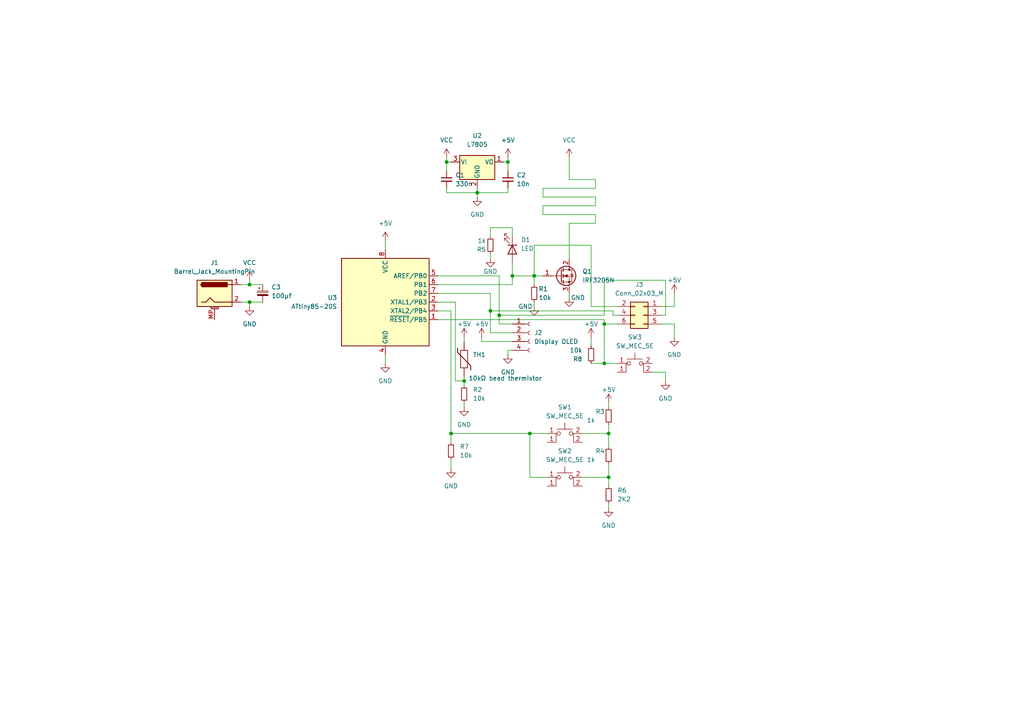
<source format=kicad_sch>
(kicad_sch
	(version 20250114)
	(generator "eeschema")
	(generator_version "9.0")
	(uuid "a5aca7a2-4874-40e2-a6ce-71e264dbacf6")
	(paper "A4")
	(title_block
		(title "ReFlow PCB with ATtiny85-20S_50 x 70")
		(date "2026-02-17")
		(rev "V2.0")
		(company "Z32IT")
	)
	(lib_symbols
		(symbol "Connector:Barrel_Jack_MountingPin"
			(pin_names
				(hide yes)
			)
			(exclude_from_sim no)
			(in_bom yes)
			(on_board yes)
			(property "Reference" "J"
				(at 0 5.334 0)
				(effects
					(font
						(size 1.27 1.27)
					)
				)
			)
			(property "Value" "Barrel_Jack_MountingPin"
				(at 1.27 -6.35 0)
				(effects
					(font
						(size 1.27 1.27)
					)
					(justify left)
				)
			)
			(property "Footprint" ""
				(at 1.27 -1.016 0)
				(effects
					(font
						(size 1.27 1.27)
					)
					(hide yes)
				)
			)
			(property "Datasheet" "~"
				(at 1.27 -1.016 0)
				(effects
					(font
						(size 1.27 1.27)
					)
					(hide yes)
				)
			)
			(property "Description" "DC Barrel Jack with a mounting pin"
				(at 0 0 0)
				(effects
					(font
						(size 1.27 1.27)
					)
					(hide yes)
				)
			)
			(property "ki_keywords" "DC power barrel jack connector"
				(at 0 0 0)
				(effects
					(font
						(size 1.27 1.27)
					)
					(hide yes)
				)
			)
			(property "ki_fp_filters" "BarrelJack*"
				(at 0 0 0)
				(effects
					(font
						(size 1.27 1.27)
					)
					(hide yes)
				)
			)
			(symbol "Barrel_Jack_MountingPin_0_1"
				(rectangle
					(start -5.08 3.81)
					(end 5.08 -3.81)
					(stroke
						(width 0.254)
						(type default)
					)
					(fill
						(type background)
					)
				)
				(polyline
					(pts
						(xy -3.81 -2.54) (xy -2.54 -2.54) (xy -1.27 -1.27) (xy 0 -2.54) (xy 2.54 -2.54) (xy 5.08 -2.54)
					)
					(stroke
						(width 0.254)
						(type default)
					)
					(fill
						(type none)
					)
				)
				(arc
					(start -3.302 1.905)
					(mid -3.9342 2.54)
					(end -3.302 3.175)
					(stroke
						(width 0.254)
						(type default)
					)
					(fill
						(type none)
					)
				)
				(arc
					(start -3.302 1.905)
					(mid -3.9342 2.54)
					(end -3.302 3.175)
					(stroke
						(width 0.254)
						(type default)
					)
					(fill
						(type outline)
					)
				)
				(rectangle
					(start 3.683 3.175)
					(end -3.302 1.905)
					(stroke
						(width 0.254)
						(type default)
					)
					(fill
						(type outline)
					)
				)
				(polyline
					(pts
						(xy 5.08 2.54) (xy 3.81 2.54)
					)
					(stroke
						(width 0.254)
						(type default)
					)
					(fill
						(type none)
					)
				)
			)
			(symbol "Barrel_Jack_MountingPin_1_1"
				(polyline
					(pts
						(xy -1.016 -4.572) (xy 1.016 -4.572)
					)
					(stroke
						(width 0.1524)
						(type default)
					)
					(fill
						(type none)
					)
				)
				(text "Mounting"
					(at 0 -4.191 0)
					(effects
						(font
							(size 0.381 0.381)
						)
					)
				)
				(pin passive line
					(at 0 -7.62 90)
					(length 3.048)
					(name "MountPin"
						(effects
							(font
								(size 1.27 1.27)
							)
						)
					)
					(number "MP"
						(effects
							(font
								(size 1.27 1.27)
							)
						)
					)
				)
				(pin passive line
					(at 7.62 2.54 180)
					(length 2.54)
					(name "~"
						(effects
							(font
								(size 1.27 1.27)
							)
						)
					)
					(number "1"
						(effects
							(font
								(size 1.27 1.27)
							)
						)
					)
				)
				(pin passive line
					(at 7.62 -2.54 180)
					(length 2.54)
					(name "~"
						(effects
							(font
								(size 1.27 1.27)
							)
						)
					)
					(number "2"
						(effects
							(font
								(size 1.27 1.27)
							)
						)
					)
				)
			)
			(embedded_fonts no)
		)
		(symbol "Connector:Conn_01x04_Female"
			(pin_names
				(offset 1.016)
				(hide yes)
			)
			(exclude_from_sim no)
			(in_bom yes)
			(on_board yes)
			(property "Reference" "J"
				(at 0 5.08 0)
				(effects
					(font
						(size 1.27 1.27)
					)
				)
			)
			(property "Value" "Conn_01x04_Female"
				(at 0 -7.62 0)
				(effects
					(font
						(size 1.27 1.27)
					)
				)
			)
			(property "Footprint" ""
				(at 0 0 0)
				(effects
					(font
						(size 1.27 1.27)
					)
					(hide yes)
				)
			)
			(property "Datasheet" "~"
				(at 0 0 0)
				(effects
					(font
						(size 1.27 1.27)
					)
					(hide yes)
				)
			)
			(property "Description" "Generic connector, single row, 01x04, script generated (kicad-library-utils/schlib/autogen/connector/)"
				(at 0 0 0)
				(effects
					(font
						(size 1.27 1.27)
					)
					(hide yes)
				)
			)
			(property "ki_keywords" "connector"
				(at 0 0 0)
				(effects
					(font
						(size 1.27 1.27)
					)
					(hide yes)
				)
			)
			(property "ki_fp_filters" "Connector*:*_1x??_*"
				(at 0 0 0)
				(effects
					(font
						(size 1.27 1.27)
					)
					(hide yes)
				)
			)
			(symbol "Conn_01x04_Female_1_1"
				(polyline
					(pts
						(xy -1.27 2.54) (xy -0.508 2.54)
					)
					(stroke
						(width 0.1524)
						(type default)
					)
					(fill
						(type none)
					)
				)
				(polyline
					(pts
						(xy -1.27 0) (xy -0.508 0)
					)
					(stroke
						(width 0.1524)
						(type default)
					)
					(fill
						(type none)
					)
				)
				(polyline
					(pts
						(xy -1.27 -2.54) (xy -0.508 -2.54)
					)
					(stroke
						(width 0.1524)
						(type default)
					)
					(fill
						(type none)
					)
				)
				(polyline
					(pts
						(xy -1.27 -5.08) (xy -0.508 -5.08)
					)
					(stroke
						(width 0.1524)
						(type default)
					)
					(fill
						(type none)
					)
				)
				(arc
					(start 0 2.032)
					(mid -0.5058 2.54)
					(end 0 3.048)
					(stroke
						(width 0.1524)
						(type default)
					)
					(fill
						(type none)
					)
				)
				(arc
					(start 0 -0.508)
					(mid -0.5058 0)
					(end 0 0.508)
					(stroke
						(width 0.1524)
						(type default)
					)
					(fill
						(type none)
					)
				)
				(arc
					(start 0 -3.048)
					(mid -0.5058 -2.54)
					(end 0 -2.032)
					(stroke
						(width 0.1524)
						(type default)
					)
					(fill
						(type none)
					)
				)
				(arc
					(start 0 -5.588)
					(mid -0.5058 -5.08)
					(end 0 -4.572)
					(stroke
						(width 0.1524)
						(type default)
					)
					(fill
						(type none)
					)
				)
				(pin passive line
					(at -5.08 2.54 0)
					(length 3.81)
					(name "Pin_1"
						(effects
							(font
								(size 1.27 1.27)
							)
						)
					)
					(number "1"
						(effects
							(font
								(size 1.27 1.27)
							)
						)
					)
				)
				(pin passive line
					(at -5.08 0 0)
					(length 3.81)
					(name "Pin_2"
						(effects
							(font
								(size 1.27 1.27)
							)
						)
					)
					(number "2"
						(effects
							(font
								(size 1.27 1.27)
							)
						)
					)
				)
				(pin passive line
					(at -5.08 -2.54 0)
					(length 3.81)
					(name "Pin_3"
						(effects
							(font
								(size 1.27 1.27)
							)
						)
					)
					(number "3"
						(effects
							(font
								(size 1.27 1.27)
							)
						)
					)
				)
				(pin passive line
					(at -5.08 -5.08 0)
					(length 3.81)
					(name "Pin_4"
						(effects
							(font
								(size 1.27 1.27)
							)
						)
					)
					(number "4"
						(effects
							(font
								(size 1.27 1.27)
							)
						)
					)
				)
			)
			(embedded_fonts no)
		)
		(symbol "Connector_Generic:Conn_02x03_Odd_Even"
			(pin_names
				(offset 1.016)
				(hide yes)
			)
			(exclude_from_sim no)
			(in_bom yes)
			(on_board yes)
			(property "Reference" "J3"
				(at 1.27 8.89 0)
				(effects
					(font
						(size 1.27 1.27)
					)
				)
			)
			(property "Value" "Conn_02x03_M"
				(at 1.27 6.35 0)
				(effects
					(font
						(size 1.27 1.27)
					)
				)
			)
			(property "Footprint" "Connector_PinSocket_2.54mm:PinSocket_2x03_P2.54mm_Vertical"
				(at 0 -5.08 0)
				(effects
					(font
						(size 1.27 1.27)
					)
					(hide yes)
				)
			)
			(property "Datasheet" "~"
				(at 0 0 0)
				(effects
					(font
						(size 1.27 1.27)
					)
					(hide yes)
				)
			)
			(property "Description" "Generic connector, double row, 02x03, odd/even pin numbering scheme (row 1 odd numbers, row 2 even numbers), script generated (kicad-library-utils/schlib/autogen/connector/)"
				(at 0 0 0)
				(effects
					(font
						(size 1.27 1.27)
					)
					(hide yes)
				)
			)
			(property "ki_keywords" "connector"
				(at 0 0 0)
				(effects
					(font
						(size 1.27 1.27)
					)
					(hide yes)
				)
			)
			(property "ki_fp_filters" "Connector*:*_2x??_*"
				(at 0 0 0)
				(effects
					(font
						(size 1.27 1.27)
					)
					(hide yes)
				)
			)
			(symbol "Conn_02x03_Odd_Even_1_1"
				(rectangle
					(start -1.27 3.81)
					(end 3.81 -3.81)
					(stroke
						(width 0.254)
						(type default)
					)
					(fill
						(type background)
					)
				)
				(rectangle
					(start -1.27 2.667)
					(end 0 2.413)
					(stroke
						(width 0.1524)
						(type default)
					)
					(fill
						(type none)
					)
				)
				(rectangle
					(start -1.27 0.127)
					(end 0 -0.127)
					(stroke
						(width 0.1524)
						(type default)
					)
					(fill
						(type none)
					)
				)
				(rectangle
					(start -1.27 -2.413)
					(end 0 -2.667)
					(stroke
						(width 0.1524)
						(type default)
					)
					(fill
						(type none)
					)
				)
				(rectangle
					(start 3.81 2.667)
					(end 2.54 2.413)
					(stroke
						(width 0.1524)
						(type default)
					)
					(fill
						(type none)
					)
				)
				(rectangle
					(start 3.81 0.127)
					(end 2.54 -0.127)
					(stroke
						(width 0.1524)
						(type default)
					)
					(fill
						(type none)
					)
				)
				(rectangle
					(start 3.81 -2.413)
					(end 2.54 -2.667)
					(stroke
						(width 0.1524)
						(type default)
					)
					(fill
						(type none)
					)
				)
				(pin passive line
					(at -5.08 2.54 0)
					(length 3.81)
					(name "Pin_2"
						(effects
							(font
								(size 1.27 1.27)
							)
						)
					)
					(number "2"
						(effects
							(font
								(size 1.27 1.27)
							)
						)
					)
				)
				(pin passive line
					(at -5.08 0 0)
					(length 3.81)
					(name "Pin_4"
						(effects
							(font
								(size 1.27 1.27)
							)
						)
					)
					(number "4"
						(effects
							(font
								(size 1.27 1.27)
							)
						)
					)
				)
				(pin passive line
					(at -5.08 -2.54 0)
					(length 3.81)
					(name "Pin_6"
						(effects
							(font
								(size 1.27 1.27)
							)
						)
					)
					(number "6"
						(effects
							(font
								(size 1.27 1.27)
							)
						)
					)
				)
				(pin passive line
					(at 7.62 2.54 180)
					(length 3.81)
					(name "Pin_1"
						(effects
							(font
								(size 1.27 1.27)
							)
						)
					)
					(number "1"
						(effects
							(font
								(size 1.27 1.27)
							)
						)
					)
				)
				(pin passive line
					(at 7.62 0 180)
					(length 3.81)
					(name "Pin_3"
						(effects
							(font
								(size 1.27 1.27)
							)
						)
					)
					(number "3"
						(effects
							(font
								(size 1.27 1.27)
							)
						)
					)
				)
				(pin passive line
					(at 7.62 -2.54 180)
					(length 3.81)
					(name "Pin_5"
						(effects
							(font
								(size 1.27 1.27)
							)
						)
					)
					(number "5"
						(effects
							(font
								(size 1.27 1.27)
							)
						)
					)
				)
			)
			(embedded_fonts no)
		)
		(symbol "Device:C_Polarized_Small"
			(pin_numbers
				(hide yes)
			)
			(pin_names
				(offset 0.254)
				(hide yes)
			)
			(exclude_from_sim no)
			(in_bom yes)
			(on_board yes)
			(property "Reference" "C"
				(at 0.254 1.778 0)
				(effects
					(font
						(size 1.27 1.27)
					)
					(justify left)
				)
			)
			(property "Value" "C_Polarized_Small"
				(at 0.254 -2.032 0)
				(effects
					(font
						(size 1.27 1.27)
					)
					(justify left)
				)
			)
			(property "Footprint" ""
				(at 0 0 0)
				(effects
					(font
						(size 1.27 1.27)
					)
					(hide yes)
				)
			)
			(property "Datasheet" "~"
				(at 0 0 0)
				(effects
					(font
						(size 1.27 1.27)
					)
					(hide yes)
				)
			)
			(property "Description" "Polarized capacitor, small symbol"
				(at 0 0 0)
				(effects
					(font
						(size 1.27 1.27)
					)
					(hide yes)
				)
			)
			(property "ki_keywords" "cap capacitor"
				(at 0 0 0)
				(effects
					(font
						(size 1.27 1.27)
					)
					(hide yes)
				)
			)
			(property "ki_fp_filters" "CP_*"
				(at 0 0 0)
				(effects
					(font
						(size 1.27 1.27)
					)
					(hide yes)
				)
			)
			(symbol "C_Polarized_Small_0_1"
				(rectangle
					(start -1.524 0.6858)
					(end 1.524 0.3048)
					(stroke
						(width 0)
						(type default)
					)
					(fill
						(type none)
					)
				)
				(rectangle
					(start -1.524 -0.3048)
					(end 1.524 -0.6858)
					(stroke
						(width 0)
						(type default)
					)
					(fill
						(type outline)
					)
				)
				(polyline
					(pts
						(xy -1.27 1.524) (xy -0.762 1.524)
					)
					(stroke
						(width 0)
						(type default)
					)
					(fill
						(type none)
					)
				)
				(polyline
					(pts
						(xy -1.016 1.27) (xy -1.016 1.778)
					)
					(stroke
						(width 0)
						(type default)
					)
					(fill
						(type none)
					)
				)
			)
			(symbol "C_Polarized_Small_1_1"
				(pin passive line
					(at 0 2.54 270)
					(length 1.8542)
					(name "~"
						(effects
							(font
								(size 1.27 1.27)
							)
						)
					)
					(number "1"
						(effects
							(font
								(size 1.27 1.27)
							)
						)
					)
				)
				(pin passive line
					(at 0 -2.54 90)
					(length 1.8542)
					(name "~"
						(effects
							(font
								(size 1.27 1.27)
							)
						)
					)
					(number "2"
						(effects
							(font
								(size 1.27 1.27)
							)
						)
					)
				)
			)
			(embedded_fonts no)
		)
		(symbol "Device:C_Small"
			(pin_numbers
				(hide yes)
			)
			(pin_names
				(offset 0.254)
				(hide yes)
			)
			(exclude_from_sim no)
			(in_bom yes)
			(on_board yes)
			(property "Reference" "C"
				(at 0.254 1.778 0)
				(effects
					(font
						(size 1.27 1.27)
					)
					(justify left)
				)
			)
			(property "Value" "C_Small"
				(at 0.254 -2.032 0)
				(effects
					(font
						(size 1.27 1.27)
					)
					(justify left)
				)
			)
			(property "Footprint" ""
				(at 0 0 0)
				(effects
					(font
						(size 1.27 1.27)
					)
					(hide yes)
				)
			)
			(property "Datasheet" "~"
				(at 0 0 0)
				(effects
					(font
						(size 1.27 1.27)
					)
					(hide yes)
				)
			)
			(property "Description" "Unpolarized capacitor, small symbol"
				(at 0 0 0)
				(effects
					(font
						(size 1.27 1.27)
					)
					(hide yes)
				)
			)
			(property "ki_keywords" "capacitor cap"
				(at 0 0 0)
				(effects
					(font
						(size 1.27 1.27)
					)
					(hide yes)
				)
			)
			(property "ki_fp_filters" "C_*"
				(at 0 0 0)
				(effects
					(font
						(size 1.27 1.27)
					)
					(hide yes)
				)
			)
			(symbol "C_Small_0_1"
				(polyline
					(pts
						(xy -1.524 0.508) (xy 1.524 0.508)
					)
					(stroke
						(width 0.3048)
						(type default)
					)
					(fill
						(type none)
					)
				)
				(polyline
					(pts
						(xy -1.524 -0.508) (xy 1.524 -0.508)
					)
					(stroke
						(width 0.3302)
						(type default)
					)
					(fill
						(type none)
					)
				)
			)
			(symbol "C_Small_1_1"
				(pin passive line
					(at 0 2.54 270)
					(length 2.032)
					(name "~"
						(effects
							(font
								(size 1.27 1.27)
							)
						)
					)
					(number "1"
						(effects
							(font
								(size 1.27 1.27)
							)
						)
					)
				)
				(pin passive line
					(at 0 -2.54 90)
					(length 2.032)
					(name "~"
						(effects
							(font
								(size 1.27 1.27)
							)
						)
					)
					(number "2"
						(effects
							(font
								(size 1.27 1.27)
							)
						)
					)
				)
			)
			(embedded_fonts no)
		)
		(symbol "Device:LED"
			(pin_numbers
				(hide yes)
			)
			(pin_names
				(offset 1.016)
				(hide yes)
			)
			(exclude_from_sim no)
			(in_bom yes)
			(on_board yes)
			(property "Reference" "D"
				(at 0 2.54 0)
				(effects
					(font
						(size 1.27 1.27)
					)
				)
			)
			(property "Value" "LED"
				(at 0 -2.54 0)
				(effects
					(font
						(size 1.27 1.27)
					)
				)
			)
			(property "Footprint" ""
				(at 0 0 0)
				(effects
					(font
						(size 1.27 1.27)
					)
					(hide yes)
				)
			)
			(property "Datasheet" "~"
				(at 0 0 0)
				(effects
					(font
						(size 1.27 1.27)
					)
					(hide yes)
				)
			)
			(property "Description" "Light emitting diode"
				(at 0 0 0)
				(effects
					(font
						(size 1.27 1.27)
					)
					(hide yes)
				)
			)
			(property "ki_keywords" "LED diode"
				(at 0 0 0)
				(effects
					(font
						(size 1.27 1.27)
					)
					(hide yes)
				)
			)
			(property "ki_fp_filters" "LED* LED_SMD:* LED_THT:*"
				(at 0 0 0)
				(effects
					(font
						(size 1.27 1.27)
					)
					(hide yes)
				)
			)
			(symbol "LED_0_1"
				(polyline
					(pts
						(xy -3.048 -0.762) (xy -4.572 -2.286) (xy -3.81 -2.286) (xy -4.572 -2.286) (xy -4.572 -1.524)
					)
					(stroke
						(width 0)
						(type default)
					)
					(fill
						(type none)
					)
				)
				(polyline
					(pts
						(xy -1.778 -0.762) (xy -3.302 -2.286) (xy -2.54 -2.286) (xy -3.302 -2.286) (xy -3.302 -1.524)
					)
					(stroke
						(width 0)
						(type default)
					)
					(fill
						(type none)
					)
				)
				(polyline
					(pts
						(xy -1.27 0) (xy 1.27 0)
					)
					(stroke
						(width 0)
						(type default)
					)
					(fill
						(type none)
					)
				)
				(polyline
					(pts
						(xy -1.27 -1.27) (xy -1.27 1.27)
					)
					(stroke
						(width 0.254)
						(type default)
					)
					(fill
						(type none)
					)
				)
				(polyline
					(pts
						(xy 1.27 -1.27) (xy 1.27 1.27) (xy -1.27 0) (xy 1.27 -1.27)
					)
					(stroke
						(width 0.254)
						(type default)
					)
					(fill
						(type none)
					)
				)
			)
			(symbol "LED_1_1"
				(pin passive line
					(at -3.81 0 0)
					(length 2.54)
					(name "K"
						(effects
							(font
								(size 1.27 1.27)
							)
						)
					)
					(number "1"
						(effects
							(font
								(size 1.27 1.27)
							)
						)
					)
				)
				(pin passive line
					(at 3.81 0 180)
					(length 2.54)
					(name "A"
						(effects
							(font
								(size 1.27 1.27)
							)
						)
					)
					(number "2"
						(effects
							(font
								(size 1.27 1.27)
							)
						)
					)
				)
			)
			(embedded_fonts no)
		)
		(symbol "Device:Q_NMOS_GDS"
			(pin_names
				(offset 0)
				(hide yes)
			)
			(exclude_from_sim no)
			(in_bom yes)
			(on_board yes)
			(property "Reference" "Q"
				(at 5.08 1.27 0)
				(effects
					(font
						(size 1.27 1.27)
					)
					(justify left)
				)
			)
			(property "Value" "Q_NMOS_GDS"
				(at 5.08 -1.27 0)
				(effects
					(font
						(size 1.27 1.27)
					)
					(justify left)
				)
			)
			(property "Footprint" ""
				(at 5.08 2.54 0)
				(effects
					(font
						(size 1.27 1.27)
					)
					(hide yes)
				)
			)
			(property "Datasheet" "~"
				(at 0 0 0)
				(effects
					(font
						(size 1.27 1.27)
					)
					(hide yes)
				)
			)
			(property "Description" "N-MOSFET transistor, gate/drain/source"
				(at 0 0 0)
				(effects
					(font
						(size 1.27 1.27)
					)
					(hide yes)
				)
			)
			(property "ki_keywords" "transistor NMOS N-MOS N-MOSFET"
				(at 0 0 0)
				(effects
					(font
						(size 1.27 1.27)
					)
					(hide yes)
				)
			)
			(symbol "Q_NMOS_GDS_0_1"
				(polyline
					(pts
						(xy 0.254 1.905) (xy 0.254 -1.905)
					)
					(stroke
						(width 0.254)
						(type default)
					)
					(fill
						(type none)
					)
				)
				(polyline
					(pts
						(xy 0.254 0) (xy -2.54 0)
					)
					(stroke
						(width 0)
						(type default)
					)
					(fill
						(type none)
					)
				)
				(polyline
					(pts
						(xy 0.762 2.286) (xy 0.762 1.27)
					)
					(stroke
						(width 0.254)
						(type default)
					)
					(fill
						(type none)
					)
				)
				(polyline
					(pts
						(xy 0.762 0.508) (xy 0.762 -0.508)
					)
					(stroke
						(width 0.254)
						(type default)
					)
					(fill
						(type none)
					)
				)
				(polyline
					(pts
						(xy 0.762 -1.27) (xy 0.762 -2.286)
					)
					(stroke
						(width 0.254)
						(type default)
					)
					(fill
						(type none)
					)
				)
				(polyline
					(pts
						(xy 0.762 -1.778) (xy 3.302 -1.778) (xy 3.302 1.778) (xy 0.762 1.778)
					)
					(stroke
						(width 0)
						(type default)
					)
					(fill
						(type none)
					)
				)
				(polyline
					(pts
						(xy 1.016 0) (xy 2.032 0.381) (xy 2.032 -0.381) (xy 1.016 0)
					)
					(stroke
						(width 0)
						(type default)
					)
					(fill
						(type outline)
					)
				)
				(circle
					(center 1.651 0)
					(radius 2.794)
					(stroke
						(width 0.254)
						(type default)
					)
					(fill
						(type none)
					)
				)
				(polyline
					(pts
						(xy 2.54 2.54) (xy 2.54 1.778)
					)
					(stroke
						(width 0)
						(type default)
					)
					(fill
						(type none)
					)
				)
				(circle
					(center 2.54 1.778)
					(radius 0.254)
					(stroke
						(width 0)
						(type default)
					)
					(fill
						(type outline)
					)
				)
				(circle
					(center 2.54 -1.778)
					(radius 0.254)
					(stroke
						(width 0)
						(type default)
					)
					(fill
						(type outline)
					)
				)
				(polyline
					(pts
						(xy 2.54 -2.54) (xy 2.54 0) (xy 0.762 0)
					)
					(stroke
						(width 0)
						(type default)
					)
					(fill
						(type none)
					)
				)
				(polyline
					(pts
						(xy 2.794 0.508) (xy 2.921 0.381) (xy 3.683 0.381) (xy 3.81 0.254)
					)
					(stroke
						(width 0)
						(type default)
					)
					(fill
						(type none)
					)
				)
				(polyline
					(pts
						(xy 3.302 0.381) (xy 2.921 -0.254) (xy 3.683 -0.254) (xy 3.302 0.381)
					)
					(stroke
						(width 0)
						(type default)
					)
					(fill
						(type none)
					)
				)
			)
			(symbol "Q_NMOS_GDS_1_1"
				(pin input line
					(at -5.08 0 0)
					(length 2.54)
					(name "G"
						(effects
							(font
								(size 1.27 1.27)
							)
						)
					)
					(number "1"
						(effects
							(font
								(size 1.27 1.27)
							)
						)
					)
				)
				(pin passive line
					(at 2.54 5.08 270)
					(length 2.54)
					(name "D"
						(effects
							(font
								(size 1.27 1.27)
							)
						)
					)
					(number "2"
						(effects
							(font
								(size 1.27 1.27)
							)
						)
					)
				)
				(pin passive line
					(at 2.54 -5.08 90)
					(length 2.54)
					(name "S"
						(effects
							(font
								(size 1.27 1.27)
							)
						)
					)
					(number "3"
						(effects
							(font
								(size 1.27 1.27)
							)
						)
					)
				)
			)
			(embedded_fonts no)
		)
		(symbol "Device:R_Small"
			(pin_numbers
				(hide yes)
			)
			(pin_names
				(offset 0.254)
				(hide yes)
			)
			(exclude_from_sim no)
			(in_bom yes)
			(on_board yes)
			(property "Reference" "R"
				(at 0.762 0.508 0)
				(effects
					(font
						(size 1.27 1.27)
					)
					(justify left)
				)
			)
			(property "Value" "R_Small"
				(at 0.762 -1.016 0)
				(effects
					(font
						(size 1.27 1.27)
					)
					(justify left)
				)
			)
			(property "Footprint" ""
				(at 0 0 0)
				(effects
					(font
						(size 1.27 1.27)
					)
					(hide yes)
				)
			)
			(property "Datasheet" "~"
				(at 0 0 0)
				(effects
					(font
						(size 1.27 1.27)
					)
					(hide yes)
				)
			)
			(property "Description" "Resistor, small symbol"
				(at 0 0 0)
				(effects
					(font
						(size 1.27 1.27)
					)
					(hide yes)
				)
			)
			(property "ki_keywords" "R resistor"
				(at 0 0 0)
				(effects
					(font
						(size 1.27 1.27)
					)
					(hide yes)
				)
			)
			(property "ki_fp_filters" "R_*"
				(at 0 0 0)
				(effects
					(font
						(size 1.27 1.27)
					)
					(hide yes)
				)
			)
			(symbol "R_Small_0_1"
				(rectangle
					(start -0.762 1.778)
					(end 0.762 -1.778)
					(stroke
						(width 0.2032)
						(type default)
					)
					(fill
						(type none)
					)
				)
			)
			(symbol "R_Small_1_1"
				(pin passive line
					(at 0 2.54 270)
					(length 0.762)
					(name "~"
						(effects
							(font
								(size 1.27 1.27)
							)
						)
					)
					(number "1"
						(effects
							(font
								(size 1.27 1.27)
							)
						)
					)
				)
				(pin passive line
					(at 0 -2.54 90)
					(length 0.762)
					(name "~"
						(effects
							(font
								(size 1.27 1.27)
							)
						)
					)
					(number "2"
						(effects
							(font
								(size 1.27 1.27)
							)
						)
					)
				)
			)
			(embedded_fonts no)
		)
		(symbol "Device:Thermistor"
			(pin_numbers
				(hide yes)
			)
			(pin_names
				(offset 0)
			)
			(exclude_from_sim no)
			(in_bom yes)
			(on_board yes)
			(property "Reference" "TH"
				(at 2.54 1.27 90)
				(effects
					(font
						(size 1.27 1.27)
					)
				)
			)
			(property "Value" "Thermistor"
				(at -2.54 0 90)
				(effects
					(font
						(size 1.27 1.27)
					)
					(justify bottom)
				)
			)
			(property "Footprint" ""
				(at 0 0 0)
				(effects
					(font
						(size 1.27 1.27)
					)
					(hide yes)
				)
			)
			(property "Datasheet" "~"
				(at 0 0 0)
				(effects
					(font
						(size 1.27 1.27)
					)
					(hide yes)
				)
			)
			(property "Description" "Temperature dependent resistor"
				(at 0 0 0)
				(effects
					(font
						(size 1.27 1.27)
					)
					(hide yes)
				)
			)
			(property "ki_keywords" "R res thermistor"
				(at 0 0 0)
				(effects
					(font
						(size 1.27 1.27)
					)
					(hide yes)
				)
			)
			(property "ki_fp_filters" "R_*"
				(at 0 0 0)
				(effects
					(font
						(size 1.27 1.27)
					)
					(hide yes)
				)
			)
			(symbol "Thermistor_0_1"
				(polyline
					(pts
						(xy -1.905 3.175) (xy -1.905 1.905) (xy 1.905 -1.905) (xy 1.905 -3.175) (xy 1.905 -3.175)
					)
					(stroke
						(width 0.254)
						(type default)
					)
					(fill
						(type none)
					)
				)
				(rectangle
					(start -1.016 2.54)
					(end 1.016 -2.54)
					(stroke
						(width 0.2032)
						(type default)
					)
					(fill
						(type none)
					)
				)
			)
			(symbol "Thermistor_1_1"
				(pin passive line
					(at 0 5.08 270)
					(length 2.54)
					(name "~"
						(effects
							(font
								(size 1.27 1.27)
							)
						)
					)
					(number "1"
						(effects
							(font
								(size 1.27 1.27)
							)
						)
					)
				)
				(pin passive line
					(at 0 -5.08 90)
					(length 2.54)
					(name "~"
						(effects
							(font
								(size 1.27 1.27)
							)
						)
					)
					(number "2"
						(effects
							(font
								(size 1.27 1.27)
							)
						)
					)
				)
			)
			(embedded_fonts no)
		)
		(symbol "MCU_Microchip_ATtiny:ATtiny85-20S"
			(exclude_from_sim no)
			(in_bom yes)
			(on_board yes)
			(property "Reference" "U"
				(at -12.7 13.97 0)
				(effects
					(font
						(size 1.27 1.27)
					)
					(justify left bottom)
				)
			)
			(property "Value" "ATtiny85-20S"
				(at 2.54 -13.97 0)
				(effects
					(font
						(size 1.27 1.27)
					)
					(justify left top)
				)
			)
			(property "Footprint" "Package_SO:SOIC-8_5.3x5.3mm_P1.27mm"
				(at 0 0 0)
				(effects
					(font
						(size 1.27 1.27)
						(italic yes)
					)
					(hide yes)
				)
			)
			(property "Datasheet" "http://ww1.microchip.com/downloads/en/DeviceDoc/atmel-2586-avr-8-bit-microcontroller-attiny25-attiny45-attiny85_datasheet.pdf"
				(at 0 0 0)
				(effects
					(font
						(size 1.27 1.27)
					)
					(hide yes)
				)
			)
			(property "Description" "20MHz, 8kB Flash, 512B SRAM, 512B EEPROM, debugWIRE, SOIC-8"
				(at 0 0 0)
				(effects
					(font
						(size 1.27 1.27)
					)
					(hide yes)
				)
			)
			(property "ki_keywords" "AVR 8bit Microcontroller tinyAVR"
				(at 0 0 0)
				(effects
					(font
						(size 1.27 1.27)
					)
					(hide yes)
				)
			)
			(property "ki_fp_filters" "*SOIC*5.3x5.3mm*P1.27mm*"
				(at 0 0 0)
				(effects
					(font
						(size 1.27 1.27)
					)
					(hide yes)
				)
			)
			(symbol "ATtiny85-20S_0_1"
				(rectangle
					(start -12.7 -12.7)
					(end 12.7 12.7)
					(stroke
						(width 0.254)
						(type default)
					)
					(fill
						(type background)
					)
				)
			)
			(symbol "ATtiny85-20S_1_1"
				(pin power_in line
					(at 0 15.24 270)
					(length 2.54)
					(name "VCC"
						(effects
							(font
								(size 1.27 1.27)
							)
						)
					)
					(number "8"
						(effects
							(font
								(size 1.27 1.27)
							)
						)
					)
				)
				(pin power_in line
					(at 0 -15.24 90)
					(length 2.54)
					(name "GND"
						(effects
							(font
								(size 1.27 1.27)
							)
						)
					)
					(number "4"
						(effects
							(font
								(size 1.27 1.27)
							)
						)
					)
				)
				(pin bidirectional line
					(at 15.24 7.62 180)
					(length 2.54)
					(name "AREF/PB0"
						(effects
							(font
								(size 1.27 1.27)
							)
						)
					)
					(number "5"
						(effects
							(font
								(size 1.27 1.27)
							)
						)
					)
				)
				(pin bidirectional line
					(at 15.24 5.08 180)
					(length 2.54)
					(name "PB1"
						(effects
							(font
								(size 1.27 1.27)
							)
						)
					)
					(number "6"
						(effects
							(font
								(size 1.27 1.27)
							)
						)
					)
				)
				(pin bidirectional line
					(at 15.24 2.54 180)
					(length 2.54)
					(name "PB2"
						(effects
							(font
								(size 1.27 1.27)
							)
						)
					)
					(number "7"
						(effects
							(font
								(size 1.27 1.27)
							)
						)
					)
				)
				(pin bidirectional line
					(at 15.24 0 180)
					(length 2.54)
					(name "XTAL1/PB3"
						(effects
							(font
								(size 1.27 1.27)
							)
						)
					)
					(number "2"
						(effects
							(font
								(size 1.27 1.27)
							)
						)
					)
				)
				(pin bidirectional line
					(at 15.24 -2.54 180)
					(length 2.54)
					(name "XTAL2/PB4"
						(effects
							(font
								(size 1.27 1.27)
							)
						)
					)
					(number "3"
						(effects
							(font
								(size 1.27 1.27)
							)
						)
					)
				)
				(pin bidirectional line
					(at 15.24 -5.08 180)
					(length 2.54)
					(name "~{RESET}/PB5"
						(effects
							(font
								(size 1.27 1.27)
							)
						)
					)
					(number "1"
						(effects
							(font
								(size 1.27 1.27)
							)
						)
					)
				)
			)
			(embedded_fonts no)
		)
		(symbol "Regulator_Linear:L78L05_TO92"
			(pin_names
				(offset 0.254)
			)
			(exclude_from_sim no)
			(in_bom yes)
			(on_board yes)
			(property "Reference" "U"
				(at -3.81 3.175 0)
				(effects
					(font
						(size 1.27 1.27)
					)
				)
			)
			(property "Value" "L78L05_TO92"
				(at 0 3.175 0)
				(effects
					(font
						(size 1.27 1.27)
					)
					(justify left)
				)
			)
			(property "Footprint" "Package_TO_SOT_THT:TO-92_Inline"
				(at 0 5.715 0)
				(effects
					(font
						(size 1.27 1.27)
						(italic yes)
					)
					(hide yes)
				)
			)
			(property "Datasheet" "http://www.st.com/content/ccc/resource/technical/document/datasheet/15/55/e5/aa/23/5b/43/fd/CD00000446.pdf/files/CD00000446.pdf/jcr:content/translations/en.CD00000446.pdf"
				(at 0 -1.27 0)
				(effects
					(font
						(size 1.27 1.27)
					)
					(hide yes)
				)
			)
			(property "Description" "Positive 100mA 30V Linear Regulator, Fixed Output 5V, TO-92"
				(at 0 0 0)
				(effects
					(font
						(size 1.27 1.27)
					)
					(hide yes)
				)
			)
			(property "ki_keywords" "Voltage Regulator 100mA Positive"
				(at 0 0 0)
				(effects
					(font
						(size 1.27 1.27)
					)
					(hide yes)
				)
			)
			(property "ki_fp_filters" "TO?92*"
				(at 0 0 0)
				(effects
					(font
						(size 1.27 1.27)
					)
					(hide yes)
				)
			)
			(symbol "L78L05_TO92_0_1"
				(rectangle
					(start -5.08 -5.08)
					(end 5.08 1.905)
					(stroke
						(width 0.254)
						(type default)
					)
					(fill
						(type background)
					)
				)
			)
			(symbol "L78L05_TO92_1_1"
				(pin power_in line
					(at -7.62 0 0)
					(length 2.54)
					(name "VI"
						(effects
							(font
								(size 1.27 1.27)
							)
						)
					)
					(number "3"
						(effects
							(font
								(size 1.27 1.27)
							)
						)
					)
				)
				(pin power_in line
					(at 0 -7.62 90)
					(length 2.54)
					(name "GND"
						(effects
							(font
								(size 1.27 1.27)
							)
						)
					)
					(number "2"
						(effects
							(font
								(size 1.27 1.27)
							)
						)
					)
				)
				(pin power_out line
					(at 7.62 0 180)
					(length 2.54)
					(name "VO"
						(effects
							(font
								(size 1.27 1.27)
							)
						)
					)
					(number "1"
						(effects
							(font
								(size 1.27 1.27)
							)
						)
					)
				)
			)
			(embedded_fonts no)
		)
		(symbol "SW_MEC_5E_1"
			(pin_names
				(offset 1.016)
				(hide yes)
			)
			(exclude_from_sim no)
			(in_bom yes)
			(on_board yes)
			(property "Reference" "SW1"
				(at 0 10.16 0)
				(effects
					(font
						(size 1.27 1.27)
					)
				)
			)
			(property "Value" "SW_MEC_5E_1"
				(at 0 7.62 0)
				(effects
					(font
						(size 1.27 1.27)
					)
				)
			)
			(property "Footprint" "Button_Switch_THT:SW_PUSH_6mm_H4.3mm"
				(at 0 7.62 0)
				(effects
					(font
						(size 1.27 1.27)
					)
					(hide yes)
				)
			)
			(property "Datasheet" "http://www.apem.com/int/index.php?controller=attachment&id_attachment=1371"
				(at 0 7.62 0)
				(effects
					(font
						(size 1.27 1.27)
					)
					(hide yes)
				)
			)
			(property "Description" "MEC 5E single pole normally-open tactile switch"
				(at 0 0 0)
				(effects
					(font
						(size 1.27 1.27)
					)
					(hide yes)
				)
			)
			(property "ki_keywords" "switch normally-open pushbutton push-button"
				(at 0 0 0)
				(effects
					(font
						(size 1.27 1.27)
					)
					(hide yes)
				)
			)
			(property "ki_fp_filters" "SW*MEC*5G*"
				(at 0 0 0)
				(effects
					(font
						(size 1.27 1.27)
					)
					(hide yes)
				)
			)
			(symbol "SW_MEC_5E_1_0_1"
				(polyline
					(pts
						(xy -2.54 0) (xy -2.54 2.54) (xy -2.286 2.54)
					)
					(stroke
						(width 0)
						(type default)
					)
					(fill
						(type none)
					)
				)
				(polyline
					(pts
						(xy -2.286 3.81) (xy 2.286 3.81)
					)
					(stroke
						(width 0)
						(type default)
					)
					(fill
						(type none)
					)
				)
				(circle
					(center -1.778 2.54)
					(radius 0.508)
					(stroke
						(width 0)
						(type default)
					)
					(fill
						(type none)
					)
				)
				(polyline
					(pts
						(xy 0 3.81) (xy 0 5.588)
					)
					(stroke
						(width 0)
						(type default)
					)
					(fill
						(type none)
					)
				)
				(circle
					(center 1.778 2.54)
					(radius 0.508)
					(stroke
						(width 0)
						(type default)
					)
					(fill
						(type none)
					)
				)
				(polyline
					(pts
						(xy 2.54 0) (xy 2.54 2.54) (xy 2.286 2.54)
					)
					(stroke
						(width 0)
						(type default)
					)
					(fill
						(type none)
					)
				)
				(pin passive line
					(at -5.08 2.54 0)
					(length 2.54)
					(name "1"
						(effects
							(font
								(size 1.27 1.27)
							)
						)
					)
					(number "1"
						(effects
							(font
								(size 1.27 1.27)
							)
						)
					)
				)
				(pin passive line
					(at -5.08 0 0)
					(length 2.54)
					(name "1"
						(effects
							(font
								(size 1.27 1.27)
							)
						)
					)
					(number "1"
						(effects
							(font
								(size 1.27 1.27)
							)
						)
					)
				)
				(pin passive line
					(at 5.08 2.54 180)
					(length 2.54)
					(name "2"
						(effects
							(font
								(size 1.27 1.27)
							)
						)
					)
					(number "2"
						(effects
							(font
								(size 1.27 1.27)
							)
						)
					)
				)
				(pin passive line
					(at 5.08 0 180)
					(length 2.54)
					(name "2"
						(effects
							(font
								(size 1.27 1.27)
							)
						)
					)
					(number "2"
						(effects
							(font
								(size 1.27 1.27)
							)
						)
					)
				)
			)
			(embedded_fonts no)
		)
		(symbol "SW_MEC_5E_2"
			(pin_names
				(offset 1.016)
				(hide yes)
			)
			(exclude_from_sim no)
			(in_bom yes)
			(on_board yes)
			(property "Reference" "SW2"
				(at 0 10.16 0)
				(effects
					(font
						(size 1.27 1.27)
					)
				)
			)
			(property "Value" "SW_MEC_5E"
				(at 0 7.62 0)
				(effects
					(font
						(size 1.27 1.27)
					)
				)
			)
			(property "Footprint" "Button_Switch_THT:SW_PUSH_6mm_H4.3mm"
				(at 0 7.62 0)
				(effects
					(font
						(size 1.27 1.27)
					)
					(hide yes)
				)
			)
			(property "Datasheet" "http://www.apem.com/int/index.php?controller=attachment&id_attachment=1371"
				(at 0 7.62 0)
				(effects
					(font
						(size 1.27 1.27)
					)
					(hide yes)
				)
			)
			(property "Description" "MEC 5E single pole normally-open tactile switch"
				(at 0 0 0)
				(effects
					(font
						(size 1.27 1.27)
					)
					(hide yes)
				)
			)
			(property "ki_keywords" "switch normally-open pushbutton push-button"
				(at 0 0 0)
				(effects
					(font
						(size 1.27 1.27)
					)
					(hide yes)
				)
			)
			(property "ki_fp_filters" "SW*MEC*5G*"
				(at 0 0 0)
				(effects
					(font
						(size 1.27 1.27)
					)
					(hide yes)
				)
			)
			(symbol "SW_MEC_5E_2_0_1"
				(polyline
					(pts
						(xy -2.54 0) (xy -2.54 2.54) (xy -2.286 2.54)
					)
					(stroke
						(width 0)
						(type default)
					)
					(fill
						(type none)
					)
				)
				(polyline
					(pts
						(xy -2.286 3.81) (xy 2.286 3.81)
					)
					(stroke
						(width 0)
						(type default)
					)
					(fill
						(type none)
					)
				)
				(circle
					(center -1.778 2.54)
					(radius 0.508)
					(stroke
						(width 0)
						(type default)
					)
					(fill
						(type none)
					)
				)
				(polyline
					(pts
						(xy 0 3.81) (xy 0 5.588)
					)
					(stroke
						(width 0)
						(type default)
					)
					(fill
						(type none)
					)
				)
				(circle
					(center 1.778 2.54)
					(radius 0.508)
					(stroke
						(width 0)
						(type default)
					)
					(fill
						(type none)
					)
				)
				(polyline
					(pts
						(xy 2.54 0) (xy 2.54 2.54) (xy 2.286 2.54)
					)
					(stroke
						(width 0)
						(type default)
					)
					(fill
						(type none)
					)
				)
				(pin passive line
					(at -5.08 2.54 0)
					(length 2.54)
					(name "1"
						(effects
							(font
								(size 1.27 1.27)
							)
						)
					)
					(number "1"
						(effects
							(font
								(size 1.27 1.27)
							)
						)
					)
				)
				(pin passive line
					(at -5.08 0 0)
					(length 2.54)
					(name "1"
						(effects
							(font
								(size 1.27 1.27)
							)
						)
					)
					(number "1"
						(effects
							(font
								(size 1.27 1.27)
							)
						)
					)
				)
				(pin passive line
					(at 5.08 2.54 180)
					(length 2.54)
					(name "2"
						(effects
							(font
								(size 1.27 1.27)
							)
						)
					)
					(number "2"
						(effects
							(font
								(size 1.27 1.27)
							)
						)
					)
				)
				(pin passive line
					(at 5.08 0 180)
					(length 2.54)
					(name "2"
						(effects
							(font
								(size 1.27 1.27)
							)
						)
					)
					(number "2"
						(effects
							(font
								(size 1.27 1.27)
							)
						)
					)
				)
			)
			(embedded_fonts no)
		)
		(symbol "Switch:SW_MEC_5E"
			(pin_names
				(offset 1.016)
				(hide yes)
			)
			(exclude_from_sim no)
			(in_bom yes)
			(on_board yes)
			(property "Reference" "SW2"
				(at 0 10.16 0)
				(effects
					(font
						(size 1.27 1.27)
					)
				)
			)
			(property "Value" "SW_MEC_5E"
				(at 0 7.62 0)
				(effects
					(font
						(size 1.27 1.27)
					)
				)
			)
			(property "Footprint" "Button_Switch_THT:SW_PUSH_6mm_H4.3mm"
				(at 0 7.62 0)
				(effects
					(font
						(size 1.27 1.27)
					)
					(hide yes)
				)
			)
			(property "Datasheet" "http://www.apem.com/int/index.php?controller=attachment&id_attachment=1371"
				(at 0 7.62 0)
				(effects
					(font
						(size 1.27 1.27)
					)
					(hide yes)
				)
			)
			(property "Description" "MEC 5E single pole normally-open tactile switch"
				(at 0 0 0)
				(effects
					(font
						(size 1.27 1.27)
					)
					(hide yes)
				)
			)
			(property "ki_keywords" "switch normally-open pushbutton push-button"
				(at 0 0 0)
				(effects
					(font
						(size 1.27 1.27)
					)
					(hide yes)
				)
			)
			(property "ki_fp_filters" "SW*MEC*5G*"
				(at 0 0 0)
				(effects
					(font
						(size 1.27 1.27)
					)
					(hide yes)
				)
			)
			(symbol "SW_MEC_5E_0_1"
				(polyline
					(pts
						(xy -2.54 0) (xy -2.54 2.54) (xy -2.286 2.54)
					)
					(stroke
						(width 0)
						(type default)
					)
					(fill
						(type none)
					)
				)
				(polyline
					(pts
						(xy -2.286 3.81) (xy 2.286 3.81)
					)
					(stroke
						(width 0)
						(type default)
					)
					(fill
						(type none)
					)
				)
				(circle
					(center -1.778 2.54)
					(radius 0.508)
					(stroke
						(width 0)
						(type default)
					)
					(fill
						(type none)
					)
				)
				(polyline
					(pts
						(xy 0 3.81) (xy 0 5.588)
					)
					(stroke
						(width 0)
						(type default)
					)
					(fill
						(type none)
					)
				)
				(circle
					(center 1.778 2.54)
					(radius 0.508)
					(stroke
						(width 0)
						(type default)
					)
					(fill
						(type none)
					)
				)
				(polyline
					(pts
						(xy 2.54 0) (xy 2.54 2.54) (xy 2.286 2.54)
					)
					(stroke
						(width 0)
						(type default)
					)
					(fill
						(type none)
					)
				)
				(pin passive line
					(at -5.08 2.54 0)
					(length 2.54)
					(name "1"
						(effects
							(font
								(size 1.27 1.27)
							)
						)
					)
					(number "1"
						(effects
							(font
								(size 1.27 1.27)
							)
						)
					)
				)
				(pin passive line
					(at -5.08 0 0)
					(length 2.54)
					(name "1"
						(effects
							(font
								(size 1.27 1.27)
							)
						)
					)
					(number "1"
						(effects
							(font
								(size 1.27 1.27)
							)
						)
					)
				)
				(pin passive line
					(at 5.08 2.54 180)
					(length 2.54)
					(name "2"
						(effects
							(font
								(size 1.27 1.27)
							)
						)
					)
					(number "2"
						(effects
							(font
								(size 1.27 1.27)
							)
						)
					)
				)
				(pin passive line
					(at 5.08 0 180)
					(length 2.54)
					(name "2"
						(effects
							(font
								(size 1.27 1.27)
							)
						)
					)
					(number "2"
						(effects
							(font
								(size 1.27 1.27)
							)
						)
					)
				)
			)
			(embedded_fonts no)
		)
		(symbol "power:+5V"
			(power)
			(pin_names
				(offset 0)
			)
			(exclude_from_sim no)
			(in_bom yes)
			(on_board yes)
			(property "Reference" "#PWR"
				(at 0 -3.81 0)
				(effects
					(font
						(size 1.27 1.27)
					)
					(hide yes)
				)
			)
			(property "Value" "+5V"
				(at 0 3.556 0)
				(effects
					(font
						(size 1.27 1.27)
					)
				)
			)
			(property "Footprint" ""
				(at 0 0 0)
				(effects
					(font
						(size 1.27 1.27)
					)
					(hide yes)
				)
			)
			(property "Datasheet" ""
				(at 0 0 0)
				(effects
					(font
						(size 1.27 1.27)
					)
					(hide yes)
				)
			)
			(property "Description" "Power symbol creates a global label with name \"+5V\""
				(at 0 0 0)
				(effects
					(font
						(size 1.27 1.27)
					)
					(hide yes)
				)
			)
			(property "ki_keywords" "power-flag"
				(at 0 0 0)
				(effects
					(font
						(size 1.27 1.27)
					)
					(hide yes)
				)
			)
			(symbol "+5V_0_1"
				(polyline
					(pts
						(xy -0.762 1.27) (xy 0 2.54)
					)
					(stroke
						(width 0)
						(type default)
					)
					(fill
						(type none)
					)
				)
				(polyline
					(pts
						(xy 0 2.54) (xy 0.762 1.27)
					)
					(stroke
						(width 0)
						(type default)
					)
					(fill
						(type none)
					)
				)
				(polyline
					(pts
						(xy 0 0) (xy 0 2.54)
					)
					(stroke
						(width 0)
						(type default)
					)
					(fill
						(type none)
					)
				)
			)
			(symbol "+5V_1_1"
				(pin power_in line
					(at 0 0 90)
					(length 0)
					(hide yes)
					(name "+5V"
						(effects
							(font
								(size 1.27 1.27)
							)
						)
					)
					(number "1"
						(effects
							(font
								(size 1.27 1.27)
							)
						)
					)
				)
			)
			(embedded_fonts no)
		)
		(symbol "power:GND"
			(power)
			(pin_names
				(offset 0)
			)
			(exclude_from_sim no)
			(in_bom yes)
			(on_board yes)
			(property "Reference" "#PWR"
				(at 0 -6.35 0)
				(effects
					(font
						(size 1.27 1.27)
					)
					(hide yes)
				)
			)
			(property "Value" "GND"
				(at 0 -3.81 0)
				(effects
					(font
						(size 1.27 1.27)
					)
				)
			)
			(property "Footprint" ""
				(at 0 0 0)
				(effects
					(font
						(size 1.27 1.27)
					)
					(hide yes)
				)
			)
			(property "Datasheet" ""
				(at 0 0 0)
				(effects
					(font
						(size 1.27 1.27)
					)
					(hide yes)
				)
			)
			(property "Description" "Power symbol creates a global label with name \"GND\" , ground"
				(at 0 0 0)
				(effects
					(font
						(size 1.27 1.27)
					)
					(hide yes)
				)
			)
			(property "ki_keywords" "power-flag"
				(at 0 0 0)
				(effects
					(font
						(size 1.27 1.27)
					)
					(hide yes)
				)
			)
			(symbol "GND_0_1"
				(polyline
					(pts
						(xy 0 0) (xy 0 -1.27) (xy 1.27 -1.27) (xy 0 -2.54) (xy -1.27 -1.27) (xy 0 -1.27)
					)
					(stroke
						(width 0)
						(type default)
					)
					(fill
						(type none)
					)
				)
			)
			(symbol "GND_1_1"
				(pin power_in line
					(at 0 0 270)
					(length 0)
					(hide yes)
					(name "GND"
						(effects
							(font
								(size 1.27 1.27)
							)
						)
					)
					(number "1"
						(effects
							(font
								(size 1.27 1.27)
							)
						)
					)
				)
			)
			(embedded_fonts no)
		)
		(symbol "power:VCC"
			(power)
			(pin_names
				(offset 0)
			)
			(exclude_from_sim no)
			(in_bom yes)
			(on_board yes)
			(property "Reference" "#PWR"
				(at 0 -3.81 0)
				(effects
					(font
						(size 1.27 1.27)
					)
					(hide yes)
				)
			)
			(property "Value" "VCC"
				(at 0 3.81 0)
				(effects
					(font
						(size 1.27 1.27)
					)
				)
			)
			(property "Footprint" ""
				(at 0 0 0)
				(effects
					(font
						(size 1.27 1.27)
					)
					(hide yes)
				)
			)
			(property "Datasheet" ""
				(at 0 0 0)
				(effects
					(font
						(size 1.27 1.27)
					)
					(hide yes)
				)
			)
			(property "Description" "Power symbol creates a global label with name \"VCC\""
				(at 0 0 0)
				(effects
					(font
						(size 1.27 1.27)
					)
					(hide yes)
				)
			)
			(property "ki_keywords" "power-flag"
				(at 0 0 0)
				(effects
					(font
						(size 1.27 1.27)
					)
					(hide yes)
				)
			)
			(symbol "VCC_0_1"
				(polyline
					(pts
						(xy -0.762 1.27) (xy 0 2.54)
					)
					(stroke
						(width 0)
						(type default)
					)
					(fill
						(type none)
					)
				)
				(polyline
					(pts
						(xy 0 2.54) (xy 0.762 1.27)
					)
					(stroke
						(width 0)
						(type default)
					)
					(fill
						(type none)
					)
				)
				(polyline
					(pts
						(xy 0 0) (xy 0 2.54)
					)
					(stroke
						(width 0)
						(type default)
					)
					(fill
						(type none)
					)
				)
			)
			(symbol "VCC_1_1"
				(pin power_in line
					(at 0 0 90)
					(length 0)
					(hide yes)
					(name "VCC"
						(effects
							(font
								(size 1.27 1.27)
							)
						)
					)
					(number "1"
						(effects
							(font
								(size 1.27 1.27)
							)
						)
					)
				)
			)
			(embedded_fonts no)
		)
	)
	(junction
		(at 153.67 125.73)
		(diameter 0)
		(color 0 0 0 0)
		(uuid "026db376-f65f-4a34-b527-6dddab856528")
	)
	(junction
		(at 129.54 46.99)
		(diameter 0)
		(color 0 0 0 0)
		(uuid "338b9960-6d9f-4d66-984f-b8854b7e189a")
	)
	(junction
		(at 144.78 91.44)
		(diameter 0)
		(color 0 0 0 0)
		(uuid "37c68f1c-3c40-437f-be90-203722926a51")
	)
	(junction
		(at 134.62 110.49)
		(diameter 0)
		(color 0 0 0 0)
		(uuid "3824d174-834d-4c8d-a4d4-19b9f5ccc9e7")
	)
	(junction
		(at 176.53 138.43)
		(diameter 0)
		(color 0 0 0 0)
		(uuid "3c39b0f3-d860-49ea-9ec0-7888ccc69627")
	)
	(junction
		(at 175.26 105.41)
		(diameter 0)
		(color 0 0 0 0)
		(uuid "45ce1480-7aa5-4c67-996b-6da1ad29ae98")
	)
	(junction
		(at 138.43 55.88)
		(diameter 0)
		(color 0 0 0 0)
		(uuid "8f4be4e8-0371-4e42-ab8d-fca5bd0ce94d")
	)
	(junction
		(at 142.24 90.17)
		(diameter 0)
		(color 0 0 0 0)
		(uuid "9f7a83dd-8ce5-4982-ab3f-e5b722ff61df")
	)
	(junction
		(at 72.39 87.63)
		(diameter 0)
		(color 0 0 0 0)
		(uuid "a23b47b0-eb33-4caf-846f-029fa77a0922")
	)
	(junction
		(at 175.26 93.98)
		(diameter 0)
		(color 0 0 0 0)
		(uuid "bbb86998-d4a9-4464-9826-5faa7413b137")
	)
	(junction
		(at 154.94 80.01)
		(diameter 0)
		(color 0 0 0 0)
		(uuid "be1f81f3-55d6-44ba-8c66-9244082ab714")
	)
	(junction
		(at 130.81 125.73)
		(diameter 0)
		(color 0 0 0 0)
		(uuid "c858179c-2b17-457b-b878-f5132c1fc859")
	)
	(junction
		(at 176.53 125.73)
		(diameter 0)
		(color 0 0 0 0)
		(uuid "cf013335-4f7c-4ef5-8cb3-55805c34f0b3")
	)
	(junction
		(at 147.32 46.99)
		(diameter 0)
		(color 0 0 0 0)
		(uuid "d7dd79a6-3c4d-4e4e-8448-fe7795bbf426")
	)
	(junction
		(at 148.59 80.01)
		(diameter 0)
		(color 0 0 0 0)
		(uuid "e66cc771-f950-48d8-95c9-c458b0121802")
	)
	(junction
		(at 72.39 82.55)
		(diameter 0)
		(color 0 0 0 0)
		(uuid "ff328606-d4c1-4c20-938d-05d41bcafb69")
	)
	(wire
		(pts
			(xy 177.8 91.44) (xy 177.8 90.17)
		)
		(stroke
			(width 0)
			(type default)
		)
		(uuid "022696d1-8950-4f64-a4d2-6437d2e00c87")
	)
	(wire
		(pts
			(xy 129.54 55.88) (xy 138.43 55.88)
		)
		(stroke
			(width 0)
			(type default)
		)
		(uuid "03a113e9-54d5-49a6-981b-cee2aba90ba9")
	)
	(wire
		(pts
			(xy 139.7 99.06) (xy 139.7 97.79)
		)
		(stroke
			(width 0)
			(type default)
		)
		(uuid "040eebc3-3c2f-48ed-94af-e0de8299abf5")
	)
	(wire
		(pts
			(xy 132.08 87.63) (xy 127 87.63)
		)
		(stroke
			(width 0)
			(type default)
		)
		(uuid "051f2963-04de-4818-b39e-0f935b01ca85")
	)
	(wire
		(pts
			(xy 193.04 81.28) (xy 193.04 91.44)
		)
		(stroke
			(width 0)
			(type default)
		)
		(uuid "0590bbb3-431e-49af-9d69-8c5ba4de34cf")
	)
	(wire
		(pts
			(xy 154.94 71.12) (xy 154.94 80.01)
		)
		(stroke
			(width 0)
			(type default)
		)
		(uuid "06d75bd2-4960-46f7-ab46-c1240d2915b8")
	)
	(wire
		(pts
			(xy 148.59 80.01) (xy 148.59 82.55)
		)
		(stroke
			(width 0)
			(type default)
		)
		(uuid "09a99f94-8a46-4787-81a3-a00636d36b07")
	)
	(wire
		(pts
			(xy 193.04 107.95) (xy 193.04 110.49)
		)
		(stroke
			(width 0)
			(type default)
		)
		(uuid "0b512367-3820-4ef2-8a5b-d3f865586b6d")
	)
	(wire
		(pts
			(xy 111.76 102.87) (xy 111.76 105.41)
		)
		(stroke
			(width 0)
			(type default)
		)
		(uuid "0c816cba-7a80-438e-acde-de185fce87c3")
	)
	(wire
		(pts
			(xy 172.72 59.69) (xy 157.48 59.69)
		)
		(stroke
			(width 0)
			(type default)
		)
		(uuid "106e9701-eb24-41f5-9927-e77fdfdd8637")
	)
	(wire
		(pts
			(xy 176.53 138.43) (xy 176.53 140.97)
		)
		(stroke
			(width 0)
			(type default)
		)
		(uuid "10cc4c6c-2609-49cf-a12c-fcb6cf9fa9ec")
	)
	(wire
		(pts
			(xy 179.07 88.9) (xy 171.45 88.9)
		)
		(stroke
			(width 0)
			(type default)
		)
		(uuid "12ebb9cd-5dfe-453d-8a43-6b45bf33c3b0")
	)
	(wire
		(pts
			(xy 148.59 96.52) (xy 142.24 96.52)
		)
		(stroke
			(width 0)
			(type default)
		)
		(uuid "14ed2d04-36b5-40b6-a7d7-24bf48228bed")
	)
	(wire
		(pts
			(xy 176.53 134.62) (xy 176.53 138.43)
		)
		(stroke
			(width 0)
			(type default)
		)
		(uuid "16d3de7a-1265-4b53-8d02-015ead3e550f")
	)
	(wire
		(pts
			(xy 157.48 54.61) (xy 157.48 57.15)
		)
		(stroke
			(width 0)
			(type default)
		)
		(uuid "16d44b24-2e63-43de-b0c2-6beec4f3f793")
	)
	(wire
		(pts
			(xy 72.39 82.55) (xy 72.39 81.28)
		)
		(stroke
			(width 0)
			(type default)
		)
		(uuid "227580c2-58bf-4306-bfc4-f6467fb20331")
	)
	(wire
		(pts
			(xy 193.04 91.44) (xy 191.77 91.44)
		)
		(stroke
			(width 0)
			(type default)
		)
		(uuid "2ac0b881-7bee-4888-87ec-dc5dc17e5787")
	)
	(wire
		(pts
			(xy 175.26 91.44) (xy 175.26 81.28)
		)
		(stroke
			(width 0)
			(type default)
		)
		(uuid "359d386e-b6c9-43a1-9199-6f7079fb7801")
	)
	(wire
		(pts
			(xy 148.59 82.55) (xy 127 82.55)
		)
		(stroke
			(width 0)
			(type default)
		)
		(uuid "39674cdc-70d6-4007-b493-5473de408e84")
	)
	(wire
		(pts
			(xy 154.94 80.01) (xy 148.59 80.01)
		)
		(stroke
			(width 0)
			(type default)
		)
		(uuid "3b66a26c-316d-4710-81a5-02770154ba56")
	)
	(wire
		(pts
			(xy 157.48 59.69) (xy 157.48 62.23)
		)
		(stroke
			(width 0)
			(type default)
		)
		(uuid "3c05b5c6-028c-4579-878f-c59003749d5e")
	)
	(wire
		(pts
			(xy 195.58 93.98) (xy 195.58 97.79)
		)
		(stroke
			(width 0)
			(type default)
		)
		(uuid "3d0c482a-379d-4663-ae46-aaf8b1ec91ee")
	)
	(wire
		(pts
			(xy 144.78 91.44) (xy 175.26 91.44)
		)
		(stroke
			(width 0)
			(type default)
		)
		(uuid "4121a328-847a-4a85-a110-4708e06a4cc0")
	)
	(wire
		(pts
			(xy 168.91 138.43) (xy 176.53 138.43)
		)
		(stroke
			(width 0)
			(type default)
		)
		(uuid "423d3b34-2b75-4b31-a7f3-db895e7b177d")
	)
	(wire
		(pts
			(xy 191.77 88.9) (xy 195.58 88.9)
		)
		(stroke
			(width 0)
			(type default)
		)
		(uuid "444ab5ab-aa1f-4553-aecb-28c213276224")
	)
	(wire
		(pts
			(xy 171.45 97.79) (xy 171.45 100.33)
		)
		(stroke
			(width 0)
			(type default)
		)
		(uuid "4c0386eb-e653-4312-ba65-ed22b5be5bd9")
	)
	(wire
		(pts
			(xy 165.1 52.07) (xy 172.72 52.07)
		)
		(stroke
			(width 0)
			(type default)
		)
		(uuid "52ef8650-4265-4d72-a850-61857730be0c")
	)
	(wire
		(pts
			(xy 142.24 85.09) (xy 127 85.09)
		)
		(stroke
			(width 0)
			(type default)
		)
		(uuid "5306e46b-0e65-4341-b364-059f8c5d2f04")
	)
	(wire
		(pts
			(xy 175.26 93.98) (xy 175.26 105.41)
		)
		(stroke
			(width 0)
			(type default)
		)
		(uuid "5a9c5fe1-fefb-4004-8c6a-08c0870e9d7b")
	)
	(wire
		(pts
			(xy 176.53 116.84) (xy 176.53 118.11)
		)
		(stroke
			(width 0)
			(type default)
		)
		(uuid "5df9809d-ba78-4cf4-8c01-e426d5637f38")
	)
	(wire
		(pts
			(xy 134.62 110.49) (xy 134.62 111.76)
		)
		(stroke
			(width 0)
			(type default)
		)
		(uuid "626c9c0a-9c74-4486-ba12-f26282b57694")
	)
	(wire
		(pts
			(xy 72.39 82.55) (xy 76.2 82.55)
		)
		(stroke
			(width 0)
			(type default)
		)
		(uuid "650359cc-9d6f-4931-bf18-18d6cce14f1d")
	)
	(wire
		(pts
			(xy 176.53 146.05) (xy 176.53 147.32)
		)
		(stroke
			(width 0)
			(type default)
		)
		(uuid "65462230-a9d7-43dd-9ef9-2a71d933430f")
	)
	(wire
		(pts
			(xy 148.59 93.98) (xy 144.78 93.98)
		)
		(stroke
			(width 0)
			(type default)
		)
		(uuid "66571117-bffa-4574-8214-7f271ef7212f")
	)
	(wire
		(pts
			(xy 157.48 62.23) (xy 172.72 62.23)
		)
		(stroke
			(width 0)
			(type default)
		)
		(uuid "667b16ce-0240-42e3-a2a3-12286f5d8e28")
	)
	(wire
		(pts
			(xy 132.08 110.49) (xy 134.62 110.49)
		)
		(stroke
			(width 0)
			(type default)
		)
		(uuid "66c5026f-41de-4158-8181-a1691bbd9f63")
	)
	(wire
		(pts
			(xy 172.72 54.61) (xy 157.48 54.61)
		)
		(stroke
			(width 0)
			(type default)
		)
		(uuid "6aeb71bf-0fde-4579-8fa2-664130f8b538")
	)
	(wire
		(pts
			(xy 142.24 66.04) (xy 148.59 66.04)
		)
		(stroke
			(width 0)
			(type default)
		)
		(uuid "6ca2bc6f-fcb7-47e7-9add-d5875db36dc4")
	)
	(wire
		(pts
			(xy 172.72 57.15) (xy 172.72 59.69)
		)
		(stroke
			(width 0)
			(type default)
		)
		(uuid "7208e81a-69e2-4890-be12-3b65c01c9418")
	)
	(wire
		(pts
			(xy 172.72 52.07) (xy 172.72 54.61)
		)
		(stroke
			(width 0)
			(type default)
		)
		(uuid "7231da03-095f-44f9-bc68-66c44f81299e")
	)
	(wire
		(pts
			(xy 176.53 125.73) (xy 176.53 129.54)
		)
		(stroke
			(width 0)
			(type default)
		)
		(uuid "73d2e092-7e4e-4778-b96c-c2c110c2752a")
	)
	(wire
		(pts
			(xy 147.32 46.99) (xy 147.32 49.53)
		)
		(stroke
			(width 0)
			(type default)
		)
		(uuid "75289f65-4306-4d65-af5c-8b255b98ac2b")
	)
	(wire
		(pts
			(xy 179.07 91.44) (xy 177.8 91.44)
		)
		(stroke
			(width 0)
			(type default)
		)
		(uuid "7ad1ca0f-a2b3-4bce-b641-dfccda43b6ee")
	)
	(wire
		(pts
			(xy 72.39 87.63) (xy 76.2 87.63)
		)
		(stroke
			(width 0)
			(type default)
		)
		(uuid "7c6e90ef-83d1-4435-bf31-4abd3aa9d433")
	)
	(wire
		(pts
			(xy 130.81 125.73) (xy 130.81 128.27)
		)
		(stroke
			(width 0)
			(type default)
		)
		(uuid "7d1b095a-6593-445e-8323-edb591bb7be1")
	)
	(wire
		(pts
			(xy 175.26 93.98) (xy 179.07 93.98)
		)
		(stroke
			(width 0)
			(type default)
		)
		(uuid "7e0019b9-e75e-42c7-a8b9-7f4ca16a7f51")
	)
	(wire
		(pts
			(xy 154.94 80.01) (xy 154.94 82.55)
		)
		(stroke
			(width 0)
			(type default)
		)
		(uuid "87963557-dbf8-4105-b9a5-42d0c73529de")
	)
	(wire
		(pts
			(xy 168.91 125.73) (xy 176.53 125.73)
		)
		(stroke
			(width 0)
			(type default)
		)
		(uuid "8ada1751-1a53-44e8-9b81-e2ec4c416828")
	)
	(wire
		(pts
			(xy 158.75 138.43) (xy 153.67 138.43)
		)
		(stroke
			(width 0)
			(type default)
		)
		(uuid "8b17da91-a07b-491a-a31a-3a5bdce7f804")
	)
	(wire
		(pts
			(xy 172.72 64.77) (xy 165.1 64.77)
		)
		(stroke
			(width 0)
			(type default)
		)
		(uuid "8dd3183e-8837-4318-8b19-5424700bdf6d")
	)
	(wire
		(pts
			(xy 175.26 81.28) (xy 193.04 81.28)
		)
		(stroke
			(width 0)
			(type default)
		)
		(uuid "8dd4f10c-d72c-4ee9-9c0a-9df43bf45c21")
	)
	(wire
		(pts
			(xy 165.1 85.09) (xy 165.1 86.36)
		)
		(stroke
			(width 0)
			(type default)
		)
		(uuid "8f736ccc-7685-478a-89a1-467a8331e534")
	)
	(wire
		(pts
			(xy 191.77 93.98) (xy 195.58 93.98)
		)
		(stroke
			(width 0)
			(type default)
		)
		(uuid "93ed4c0f-20e4-46c4-8918-4853ebb1c313")
	)
	(wire
		(pts
			(xy 171.45 88.9) (xy 171.45 71.12)
		)
		(stroke
			(width 0)
			(type default)
		)
		(uuid "947b4b12-60ff-4094-99ad-08321b67af60")
	)
	(wire
		(pts
			(xy 130.81 125.73) (xy 153.67 125.73)
		)
		(stroke
			(width 0)
			(type default)
		)
		(uuid "9a655832-72da-42a9-9f3d-26b891de8bee")
	)
	(wire
		(pts
			(xy 142.24 90.17) (xy 142.24 85.09)
		)
		(stroke
			(width 0)
			(type default)
		)
		(uuid "9c0800fa-4c33-4ec5-9674-744210c280d1")
	)
	(wire
		(pts
			(xy 195.58 88.9) (xy 195.58 85.09)
		)
		(stroke
			(width 0)
			(type default)
		)
		(uuid "9f8a2aff-9450-4b16-9614-ed45edd6bbd7")
	)
	(wire
		(pts
			(xy 148.59 66.04) (xy 148.59 68.58)
		)
		(stroke
			(width 0)
			(type default)
		)
		(uuid "9f980141-906b-4ab5-bdc4-c0e0675bd095")
	)
	(wire
		(pts
			(xy 144.78 93.98) (xy 144.78 91.44)
		)
		(stroke
			(width 0)
			(type default)
		)
		(uuid "a0dfc5f5-9a54-4838-9068-de6acf6cfab1")
	)
	(wire
		(pts
			(xy 176.53 123.19) (xy 176.53 125.73)
		)
		(stroke
			(width 0)
			(type default)
		)
		(uuid "a1559437-0e19-400a-89a3-df8186569af6")
	)
	(wire
		(pts
			(xy 165.1 45.72) (xy 165.1 52.07)
		)
		(stroke
			(width 0)
			(type default)
		)
		(uuid "a25b1d3a-aedb-4dae-9905-4e6ebcb7bfca")
	)
	(wire
		(pts
			(xy 153.67 138.43) (xy 153.67 125.73)
		)
		(stroke
			(width 0)
			(type default)
		)
		(uuid "a2813293-017e-47f9-a91d-ca42defc9fab")
	)
	(wire
		(pts
			(xy 142.24 68.58) (xy 142.24 66.04)
		)
		(stroke
			(width 0)
			(type default)
		)
		(uuid "aa067c8d-4e9a-4b97-82e9-65d03e979f08")
	)
	(wire
		(pts
			(xy 157.48 57.15) (xy 172.72 57.15)
		)
		(stroke
			(width 0)
			(type default)
		)
		(uuid "acf3ccf1-137b-45f1-8350-54577892e13e")
	)
	(wire
		(pts
			(xy 127 92.71) (xy 175.26 92.71)
		)
		(stroke
			(width 0)
			(type default)
		)
		(uuid "b00c9189-9273-4adf-bf2b-76b97a3b70c5")
	)
	(wire
		(pts
			(xy 146.05 46.99) (xy 147.32 46.99)
		)
		(stroke
			(width 0)
			(type default)
		)
		(uuid "b241172a-7364-4c66-b0b9-8e0907283e85")
	)
	(wire
		(pts
			(xy 132.08 87.63) (xy 132.08 110.49)
		)
		(stroke
			(width 0)
			(type default)
		)
		(uuid "b84a6313-e34d-4869-980f-f41596404550")
	)
	(wire
		(pts
			(xy 175.26 92.71) (xy 175.26 93.98)
		)
		(stroke
			(width 0)
			(type default)
		)
		(uuid "bce763a4-a431-4268-8fd1-a9f5499928b0")
	)
	(wire
		(pts
			(xy 147.32 54.61) (xy 147.32 55.88)
		)
		(stroke
			(width 0)
			(type default)
		)
		(uuid "bf0b8006-0a0d-4871-93eb-4b351b9b5414")
	)
	(wire
		(pts
			(xy 189.23 107.95) (xy 193.04 107.95)
		)
		(stroke
			(width 0)
			(type default)
		)
		(uuid "bfa20291-6092-4400-b908-58f4ad6ccb2c")
	)
	(wire
		(pts
			(xy 157.48 80.01) (xy 154.94 80.01)
		)
		(stroke
			(width 0)
			(type default)
		)
		(uuid "c16e9624-cf73-4341-aa72-7819d7a8e62c")
	)
	(wire
		(pts
			(xy 165.1 64.77) (xy 165.1 74.93)
		)
		(stroke
			(width 0)
			(type default)
		)
		(uuid "c219243e-2609-4c1f-a775-229d99e82536")
	)
	(wire
		(pts
			(xy 147.32 102.87) (xy 147.32 101.6)
		)
		(stroke
			(width 0)
			(type default)
		)
		(uuid "c2ddb31a-deb6-41de-9a3a-4d204ae6aaf3")
	)
	(wire
		(pts
			(xy 144.78 91.44) (xy 144.78 80.01)
		)
		(stroke
			(width 0)
			(type default)
		)
		(uuid "c2f021e7-6108-40dd-bb82-3ade64d56dab")
	)
	(wire
		(pts
			(xy 142.24 96.52) (xy 142.24 90.17)
		)
		(stroke
			(width 0)
			(type default)
		)
		(uuid "c8fe42ef-61a5-4e5d-81e9-c281e189066f")
	)
	(wire
		(pts
			(xy 177.8 90.17) (xy 142.24 90.17)
		)
		(stroke
			(width 0)
			(type default)
		)
		(uuid "cb5dfa68-b20d-4274-bb1f-ca63716e8e72")
	)
	(wire
		(pts
			(xy 171.45 71.12) (xy 154.94 71.12)
		)
		(stroke
			(width 0)
			(type default)
		)
		(uuid "cd97753a-e72c-4a67-a185-47f9785bc893")
	)
	(wire
		(pts
			(xy 171.45 105.41) (xy 175.26 105.41)
		)
		(stroke
			(width 0)
			(type default)
		)
		(uuid "ce4b291e-155c-4cdc-94f5-42f0adcc7375")
	)
	(wire
		(pts
			(xy 69.85 82.55) (xy 72.39 82.55)
		)
		(stroke
			(width 0)
			(type default)
		)
		(uuid "d1488559-87df-43f4-a99a-b3e0887ece40")
	)
	(wire
		(pts
			(xy 134.62 109.22) (xy 134.62 110.49)
		)
		(stroke
			(width 0)
			(type default)
		)
		(uuid "d3195f76-d60c-436f-91ba-936950dee86b")
	)
	(wire
		(pts
			(xy 154.94 87.63) (xy 154.94 88.9)
		)
		(stroke
			(width 0)
			(type default)
		)
		(uuid "d3674ed0-2f73-4afe-a7ae-a4fa0d349db3")
	)
	(wire
		(pts
			(xy 148.59 99.06) (xy 139.7 99.06)
		)
		(stroke
			(width 0)
			(type default)
		)
		(uuid "d590c846-3d30-4821-b2c6-d3392d9eb54c")
	)
	(wire
		(pts
			(xy 142.24 73.66) (xy 142.24 74.93)
		)
		(stroke
			(width 0)
			(type default)
		)
		(uuid "d6656a11-7339-44de-97bb-fc1b606ab26d")
	)
	(wire
		(pts
			(xy 130.81 90.17) (xy 127 90.17)
		)
		(stroke
			(width 0)
			(type default)
		)
		(uuid "d8450e75-14fc-4718-a100-c2855be036f8")
	)
	(wire
		(pts
			(xy 147.32 101.6) (xy 148.59 101.6)
		)
		(stroke
			(width 0)
			(type default)
		)
		(uuid "d8fbc6db-d891-4ea3-b7a7-0ec8881c5d7b")
	)
	(wire
		(pts
			(xy 147.32 46.99) (xy 147.32 45.72)
		)
		(stroke
			(width 0)
			(type default)
		)
		(uuid "d92b8798-d930-4ad1-927f-c6558eea24c8")
	)
	(wire
		(pts
			(xy 134.62 116.84) (xy 134.62 118.11)
		)
		(stroke
			(width 0)
			(type default)
		)
		(uuid "da4b4187-b0c1-43ce-8e6b-bc1ec66c1fff")
	)
	(wire
		(pts
			(xy 130.81 133.35) (xy 130.81 135.89)
		)
		(stroke
			(width 0)
			(type default)
		)
		(uuid "db157f98-9d1c-49ab-83f0-c3e41032c1e2")
	)
	(wire
		(pts
			(xy 138.43 54.61) (xy 138.43 55.88)
		)
		(stroke
			(width 0)
			(type default)
		)
		(uuid "dbf96f6c-29ed-4721-84cf-fa959f5c3e0a")
	)
	(wire
		(pts
			(xy 129.54 46.99) (xy 129.54 45.72)
		)
		(stroke
			(width 0)
			(type default)
		)
		(uuid "dd120e6f-4bb4-431e-9b83-b8e61c3d066c")
	)
	(wire
		(pts
			(xy 144.78 80.01) (xy 127 80.01)
		)
		(stroke
			(width 0)
			(type default)
		)
		(uuid "e26061e7-5663-4955-bfda-d93d0848821c")
	)
	(wire
		(pts
			(xy 72.39 87.63) (xy 72.39 88.9)
		)
		(stroke
			(width 0)
			(type default)
		)
		(uuid "e2915edd-2653-43b3-b75a-75a8b062269d")
	)
	(wire
		(pts
			(xy 130.81 46.99) (xy 129.54 46.99)
		)
		(stroke
			(width 0)
			(type default)
		)
		(uuid "e48915e4-8463-45a5-a7a4-8a91c473ab7e")
	)
	(wire
		(pts
			(xy 153.67 125.73) (xy 158.75 125.73)
		)
		(stroke
			(width 0)
			(type default)
		)
		(uuid "e4f4dede-aa90-48bc-a142-9f6dbf24dc42")
	)
	(wire
		(pts
			(xy 175.26 105.41) (xy 179.07 105.41)
		)
		(stroke
			(width 0)
			(type default)
		)
		(uuid "e53da9fa-0dfd-4725-ba8d-58ad6749b6ba")
	)
	(wire
		(pts
			(xy 130.81 90.17) (xy 130.81 125.73)
		)
		(stroke
			(width 0)
			(type default)
		)
		(uuid "ea7dc82a-2ebb-4375-8a39-9bf5e3f49de7")
	)
	(wire
		(pts
			(xy 111.76 69.85) (xy 111.76 72.39)
		)
		(stroke
			(width 0)
			(type default)
		)
		(uuid "ee53ce9a-e13f-4573-b54d-e9754a057a1d")
	)
	(wire
		(pts
			(xy 147.32 55.88) (xy 138.43 55.88)
		)
		(stroke
			(width 0)
			(type default)
		)
		(uuid "ef26619b-6f65-4ae9-89d8-a5f04dbca2cb")
	)
	(wire
		(pts
			(xy 172.72 62.23) (xy 172.72 64.77)
		)
		(stroke
			(width 0)
			(type default)
		)
		(uuid "f089a3e1-ed5a-45c4-b3d1-053526abd702")
	)
	(wire
		(pts
			(xy 129.54 46.99) (xy 129.54 49.53)
		)
		(stroke
			(width 0)
			(type default)
		)
		(uuid "f18739ea-0ec6-4fe7-a412-5bdb881ce8e1")
	)
	(wire
		(pts
			(xy 134.62 97.79) (xy 134.62 99.06)
		)
		(stroke
			(width 0)
			(type default)
		)
		(uuid "f63086e3-0f80-4b4e-816e-f07f33201c86")
	)
	(wire
		(pts
			(xy 148.59 76.2) (xy 148.59 80.01)
		)
		(stroke
			(width 0)
			(type default)
		)
		(uuid "f6b192d8-a8ec-4b05-8d3c-7ed7da7c09be")
	)
	(wire
		(pts
			(xy 129.54 54.61) (xy 129.54 55.88)
		)
		(stroke
			(width 0)
			(type default)
		)
		(uuid "f72cc54d-182d-4e89-bf9f-f9d2a9d7288b")
	)
	(wire
		(pts
			(xy 138.43 55.88) (xy 138.43 57.15)
		)
		(stroke
			(width 0)
			(type default)
		)
		(uuid "fadf6883-6f7a-4a7c-aa26-292dc735e048")
	)
	(wire
		(pts
			(xy 69.85 87.63) (xy 72.39 87.63)
		)
		(stroke
			(width 0)
			(type default)
		)
		(uuid "fcddcae0-d35b-4834-9def-2989a3b3ff0c")
	)
	(symbol
		(lib_id "Device:R_Small")
		(at 154.94 85.09 0)
		(unit 1)
		(exclude_from_sim no)
		(in_bom yes)
		(on_board yes)
		(dnp no)
		(uuid "0f10a37a-0e05-4c1f-a806-953bbb6e5e8b")
		(property "Reference" "R1"
			(at 156.21 83.82 0)
			(effects
				(font
					(size 1.27 1.27)
				)
				(justify left)
			)
		)
		(property "Value" "10k"
			(at 156.21 86.36 0)
			(effects
				(font
					(size 1.27 1.27)
				)
				(justify left)
			)
		)
		(property "Footprint" "Resistor_SMD:R_1206_3216Metric"
			(at 154.94 85.09 0)
			(effects
				(font
					(size 1.27 1.27)
				)
				(hide yes)
			)
		)
		(property "Datasheet" "~"
			(at 154.94 85.09 0)
			(effects
				(font
					(size 1.27 1.27)
				)
				(hide yes)
			)
		)
		(property "Description" ""
			(at 154.94 85.09 0)
			(effects
				(font
					(size 1.27 1.27)
				)
			)
		)
		(pin "1"
			(uuid "edb19ad9-ee17-4e13-b754-a6d2d0af649e")
		)
		(pin "2"
			(uuid "7a11d6be-fbdf-4e80-b2ba-2944a04f1505")
		)
		(instances
			(project ""
				(path "/a5aca7a2-4874-40e2-a6ce-71e264dbacf6"
					(reference "R1")
					(unit 1)
				)
			)
		)
	)
	(symbol
		(lib_id "power:GND")
		(at 176.53 147.32 0)
		(unit 1)
		(exclude_from_sim no)
		(in_bom yes)
		(on_board yes)
		(dnp no)
		(fields_autoplaced yes)
		(uuid "0f8bc269-04d1-43c8-b3bd-2a70671e24b3")
		(property "Reference" "#PWR0113"
			(at 176.53 153.67 0)
			(effects
				(font
					(size 1.27 1.27)
				)
				(hide yes)
			)
		)
		(property "Value" "GND"
			(at 176.53 152.4 0)
			(effects
				(font
					(size 1.27 1.27)
				)
			)
		)
		(property "Footprint" ""
			(at 176.53 147.32 0)
			(effects
				(font
					(size 1.27 1.27)
				)
				(hide yes)
			)
		)
		(property "Datasheet" ""
			(at 176.53 147.32 0)
			(effects
				(font
					(size 1.27 1.27)
				)
				(hide yes)
			)
		)
		(property "Description" ""
			(at 176.53 147.32 0)
			(effects
				(font
					(size 1.27 1.27)
				)
			)
		)
		(pin "1"
			(uuid "497628e3-a0c4-4636-a309-f75ff3849d2e")
		)
		(instances
			(project ""
				(path "/a5aca7a2-4874-40e2-a6ce-71e264dbacf6"
					(reference "#PWR0113")
					(unit 1)
				)
			)
		)
	)
	(symbol
		(lib_id "Device:C_Small")
		(at 129.54 52.07 0)
		(unit 1)
		(exclude_from_sim no)
		(in_bom yes)
		(on_board yes)
		(dnp no)
		(fields_autoplaced yes)
		(uuid "1093e915-0a75-48ca-a620-de5d5e96e4ce")
		(property "Reference" "C1"
			(at 132.08 50.8062 0)
			(effects
				(font
					(size 1.27 1.27)
				)
				(justify left)
			)
		)
		(property "Value" "330n"
			(at 132.08 53.3462 0)
			(effects
				(font
					(size 1.27 1.27)
				)
				(justify left)
			)
		)
		(property "Footprint" "Capacitor_SMD:C_1206_3216Metric"
			(at 129.54 52.07 0)
			(effects
				(font
					(size 1.27 1.27)
				)
				(hide yes)
			)
		)
		(property "Datasheet" "~"
			(at 129.54 52.07 0)
			(effects
				(font
					(size 1.27 1.27)
				)
				(hide yes)
			)
		)
		(property "Description" "Unpolarized capacitor, small symbol"
			(at 129.54 52.07 0)
			(effects
				(font
					(size 1.27 1.27)
				)
				(hide yes)
			)
		)
		(pin "1"
			(uuid "c8acc81c-1263-4cb8-9200-0326e9b11d16")
		)
		(pin "2"
			(uuid "c149a47f-83c9-42fd-9de1-a21404ef4187")
		)
		(instances
			(project ""
				(path "/a5aca7a2-4874-40e2-a6ce-71e264dbacf6"
					(reference "C1")
					(unit 1)
				)
			)
		)
	)
	(symbol
		(lib_id "Device:R_Small")
		(at 176.53 132.08 0)
		(unit 1)
		(exclude_from_sim no)
		(in_bom yes)
		(on_board yes)
		(dnp no)
		(uuid "1322a31e-a0b9-44ec-ab98-09a53a64ffb8")
		(property "Reference" "R4"
			(at 172.72 130.81 0)
			(effects
				(font
					(size 1.27 1.27)
				)
				(justify left)
			)
		)
		(property "Value" "1k"
			(at 170.18 133.35 0)
			(effects
				(font
					(size 1.27 1.27)
				)
				(justify left)
			)
		)
		(property "Footprint" "Resistor_SMD:R_1206_3216Metric"
			(at 176.53 132.08 0)
			(effects
				(font
					(size 1.27 1.27)
				)
				(hide yes)
			)
		)
		(property "Datasheet" "~"
			(at 176.53 132.08 0)
			(effects
				(font
					(size 1.27 1.27)
				)
				(hide yes)
			)
		)
		(property "Description" ""
			(at 176.53 132.08 0)
			(effects
				(font
					(size 1.27 1.27)
				)
				(hide yes)
			)
		)
		(pin "1"
			(uuid "262beda5-1ab1-4275-b0d5-22c7e8b765a9")
		)
		(pin "2"
			(uuid "98739bb2-2344-4540-95d6-7262fcbf74a8")
		)
		(instances
			(project ""
				(path "/a5aca7a2-4874-40e2-a6ce-71e264dbacf6"
					(reference "R4")
					(unit 1)
				)
			)
		)
	)
	(symbol
		(lib_name "SW_MEC_5E_2")
		(lib_id "Switch:SW_MEC_5E")
		(at 184.15 107.95 0)
		(unit 1)
		(exclude_from_sim no)
		(in_bom yes)
		(on_board yes)
		(dnp no)
		(fields_autoplaced yes)
		(uuid "1ceb027d-8905-4c6c-9b1c-e0a5a8ae4681")
		(property "Reference" "SW3"
			(at 184.15 97.79 0)
			(effects
				(font
					(size 1.27 1.27)
				)
			)
		)
		(property "Value" "SW_MEC_5E"
			(at 184.15 100.33 0)
			(effects
				(font
					(size 1.27 1.27)
				)
			)
		)
		(property "Footprint" "Button_Switch_THT:SW_PUSH_6mm_H4.3mm"
			(at 184.15 100.33 0)
			(effects
				(font
					(size 1.27 1.27)
				)
				(hide yes)
			)
		)
		(property "Datasheet" "http://www.apem.com/int/index.php?controller=attachment&id_attachment=1371"
			(at 184.15 100.33 0)
			(effects
				(font
					(size 1.27 1.27)
				)
				(hide yes)
			)
		)
		(property "Description" ""
			(at 184.15 107.95 0)
			(effects
				(font
					(size 1.27 1.27)
				)
			)
		)
		(pin "1"
			(uuid "0f358395-d4ad-47bd-b877-cf2f56031794")
		)
		(pin "1"
			(uuid "0f358395-d4ad-47bd-b877-cf2f56031795")
		)
		(pin "2"
			(uuid "4f34788d-6ad1-4037-8054-e5f9c29d71ad")
		)
		(pin "2"
			(uuid "4f34788d-6ad1-4037-8054-e5f9c29d71ae")
		)
		(instances
			(project ""
				(path "/a5aca7a2-4874-40e2-a6ce-71e264dbacf6"
					(reference "SW3")
					(unit 1)
				)
			)
		)
	)
	(symbol
		(lib_id "MCU_Microchip_ATtiny:ATtiny85-20S")
		(at 111.76 87.63 0)
		(unit 1)
		(exclude_from_sim no)
		(in_bom yes)
		(on_board yes)
		(dnp no)
		(fields_autoplaced yes)
		(uuid "20e0d565-141f-4178-9ed4-1af086bb7aaf")
		(property "Reference" "U3"
			(at 97.79 86.3599 0)
			(effects
				(font
					(size 1.27 1.27)
				)
				(justify right)
			)
		)
		(property "Value" "ATtiny85-20S"
			(at 97.79 88.8999 0)
			(effects
				(font
					(size 1.27 1.27)
				)
				(justify right)
			)
		)
		(property "Footprint" "Package_SO:SOIC-8_5.3x5.3mm_P1.27mm"
			(at 111.76 87.63 0)
			(effects
				(font
					(size 1.27 1.27)
					(italic yes)
				)
				(hide yes)
			)
		)
		(property "Datasheet" "http://ww1.microchip.com/downloads/en/DeviceDoc/atmel-2586-avr-8-bit-microcontroller-attiny25-attiny45-attiny85_datasheet.pdf"
			(at 111.76 87.63 0)
			(effects
				(font
					(size 1.27 1.27)
				)
				(hide yes)
			)
		)
		(property "Description" "20MHz, 8kB Flash, 512B SRAM, 512B EEPROM, debugWIRE, SOIC-8"
			(at 111.76 87.63 0)
			(effects
				(font
					(size 1.27 1.27)
				)
				(hide yes)
			)
		)
		(pin "3"
			(uuid "6160b2e2-b7a8-4db6-8725-f49c2dd628e5")
		)
		(pin "7"
			(uuid "4351721e-f469-4709-94ff-92afd6f69566")
		)
		(pin "6"
			(uuid "4f739f5c-3ee6-4900-a660-b0a6cfa13e25")
		)
		(pin "4"
			(uuid "53c52ab3-796a-4a04-a071-6760279db5d7")
		)
		(pin "5"
			(uuid "8e0e5b79-3560-420d-a5f5-a1b971ade361")
		)
		(pin "1"
			(uuid "91de0b2e-ce84-4103-b9e6-1d835bcffe06")
		)
		(pin "8"
			(uuid "aeb6d1ce-1de0-4f68-9cac-6df7e02b8e99")
		)
		(pin "2"
			(uuid "72962a10-eebb-4a27-b3b8-9359dabcd649")
		)
		(instances
			(project ""
				(path "/a5aca7a2-4874-40e2-a6ce-71e264dbacf6"
					(reference "U3")
					(unit 1)
				)
			)
		)
	)
	(symbol
		(lib_id "power:+5V")
		(at 147.32 45.72 0)
		(unit 1)
		(exclude_from_sim no)
		(in_bom yes)
		(on_board yes)
		(dnp no)
		(fields_autoplaced yes)
		(uuid "271be357-b9d9-4f63-b133-5900bc53d9bf")
		(property "Reference" "#PWR0108"
			(at 147.32 49.53 0)
			(effects
				(font
					(size 1.27 1.27)
				)
				(hide yes)
			)
		)
		(property "Value" "+5V"
			(at 147.32 40.64 0)
			(effects
				(font
					(size 1.27 1.27)
				)
			)
		)
		(property "Footprint" ""
			(at 147.32 45.72 0)
			(effects
				(font
					(size 1.27 1.27)
				)
				(hide yes)
			)
		)
		(property "Datasheet" ""
			(at 147.32 45.72 0)
			(effects
				(font
					(size 1.27 1.27)
				)
				(hide yes)
			)
		)
		(property "Description" ""
			(at 147.32 45.72 0)
			(effects
				(font
					(size 1.27 1.27)
				)
			)
		)
		(pin "1"
			(uuid "61169fd5-0391-42ad-92ba-e9603b30712d")
		)
		(instances
			(project ""
				(path "/a5aca7a2-4874-40e2-a6ce-71e264dbacf6"
					(reference "#PWR0108")
					(unit 1)
				)
			)
		)
	)
	(symbol
		(lib_id "power:GND")
		(at 154.94 88.9 0)
		(unit 1)
		(exclude_from_sim no)
		(in_bom yes)
		(on_board yes)
		(dnp no)
		(uuid "3625e735-a749-4222-8a1e-4ff683323f08")
		(property "Reference" "#PWR0117"
			(at 154.94 95.25 0)
			(effects
				(font
					(size 1.27 1.27)
				)
				(hide yes)
			)
		)
		(property "Value" "GND"
			(at 152.4 88.9 0)
			(effects
				(font
					(size 1.27 1.27)
				)
			)
		)
		(property "Footprint" ""
			(at 154.94 88.9 0)
			(effects
				(font
					(size 1.27 1.27)
				)
				(hide yes)
			)
		)
		(property "Datasheet" ""
			(at 154.94 88.9 0)
			(effects
				(font
					(size 1.27 1.27)
				)
				(hide yes)
			)
		)
		(property "Description" ""
			(at 154.94 88.9 0)
			(effects
				(font
					(size 1.27 1.27)
				)
			)
		)
		(pin "1"
			(uuid "1185aa6c-c692-45f2-94d5-5d683dfae20d")
		)
		(instances
			(project ""
				(path "/a5aca7a2-4874-40e2-a6ce-71e264dbacf6"
					(reference "#PWR0117")
					(unit 1)
				)
			)
		)
	)
	(symbol
		(lib_id "power:GND")
		(at 142.24 74.93 0)
		(unit 1)
		(exclude_from_sim no)
		(in_bom yes)
		(on_board yes)
		(dnp no)
		(uuid "3f9b82b5-71a0-466a-95fc-006023fc1df7")
		(property "Reference" "#PWR0110"
			(at 142.24 81.28 0)
			(effects
				(font
					(size 1.27 1.27)
				)
				(hide yes)
			)
		)
		(property "Value" "GND"
			(at 142.24 78.74 0)
			(effects
				(font
					(size 1.27 1.27)
				)
			)
		)
		(property "Footprint" ""
			(at 142.24 74.93 0)
			(effects
				(font
					(size 1.27 1.27)
				)
				(hide yes)
			)
		)
		(property "Datasheet" ""
			(at 142.24 74.93 0)
			(effects
				(font
					(size 1.27 1.27)
				)
				(hide yes)
			)
		)
		(property "Description" ""
			(at 142.24 74.93 0)
			(effects
				(font
					(size 1.27 1.27)
				)
			)
		)
		(pin "1"
			(uuid "dbf83000-4d04-41b5-8d1f-a767c30f33af")
		)
		(instances
			(project ""
				(path "/a5aca7a2-4874-40e2-a6ce-71e264dbacf6"
					(reference "#PWR0110")
					(unit 1)
				)
			)
		)
	)
	(symbol
		(lib_id "power:GND")
		(at 138.43 57.15 0)
		(unit 1)
		(exclude_from_sim no)
		(in_bom yes)
		(on_board yes)
		(dnp no)
		(fields_autoplaced yes)
		(uuid "45945187-3970-4744-ae4e-b1bc485a8edc")
		(property "Reference" "#PWR0109"
			(at 138.43 63.5 0)
			(effects
				(font
					(size 1.27 1.27)
				)
				(hide yes)
			)
		)
		(property "Value" "GND"
			(at 138.43 62.23 0)
			(effects
				(font
					(size 1.27 1.27)
				)
			)
		)
		(property "Footprint" ""
			(at 138.43 57.15 0)
			(effects
				(font
					(size 1.27 1.27)
				)
				(hide yes)
			)
		)
		(property "Datasheet" ""
			(at 138.43 57.15 0)
			(effects
				(font
					(size 1.27 1.27)
				)
				(hide yes)
			)
		)
		(property "Description" ""
			(at 138.43 57.15 0)
			(effects
				(font
					(size 1.27 1.27)
				)
			)
		)
		(pin "1"
			(uuid "ae354d6d-45d1-4f34-9626-6b8aee637698")
		)
		(instances
			(project ""
				(path "/a5aca7a2-4874-40e2-a6ce-71e264dbacf6"
					(reference "#PWR0109")
					(unit 1)
				)
			)
		)
	)
	(symbol
		(lib_id "Device:C_Polarized_Small")
		(at 76.2 85.09 0)
		(unit 1)
		(exclude_from_sim no)
		(in_bom yes)
		(on_board yes)
		(dnp no)
		(fields_autoplaced yes)
		(uuid "4d5fc719-30da-4c93-8aa0-ab5613d6b7f6")
		(property "Reference" "C3"
			(at 78.74 83.2738 0)
			(effects
				(font
					(size 1.27 1.27)
				)
				(justify left)
			)
		)
		(property "Value" "100µf"
			(at 78.74 85.8138 0)
			(effects
				(font
					(size 1.27 1.27)
				)
				(justify left)
			)
		)
		(property "Footprint" "Capacitor_THT:CP_Radial_D6.3mm_P2.50mm"
			(at 76.2 85.09 0)
			(effects
				(font
					(size 1.27 1.27)
				)
				(hide yes)
			)
		)
		(property "Datasheet" "~"
			(at 76.2 85.09 0)
			(effects
				(font
					(size 1.27 1.27)
				)
				(hide yes)
			)
		)
		(property "Description" ""
			(at 76.2 85.09 0)
			(effects
				(font
					(size 1.27 1.27)
				)
				(hide yes)
			)
		)
		(pin "1"
			(uuid "d2b007dd-9943-4af1-adb3-42d32fea3173")
		)
		(pin "2"
			(uuid "0610f602-094a-45ae-8c10-7556afa00192")
		)
		(instances
			(project ""
				(path "/a5aca7a2-4874-40e2-a6ce-71e264dbacf6"
					(reference "C3")
					(unit 1)
				)
			)
		)
	)
	(symbol
		(lib_id "power:GND")
		(at 147.32 102.87 0)
		(unit 1)
		(exclude_from_sim no)
		(in_bom yes)
		(on_board yes)
		(dnp no)
		(fields_autoplaced yes)
		(uuid "5119c49c-561d-484b-ba87-a1b8712b2246")
		(property "Reference" "#PWR0114"
			(at 147.32 109.22 0)
			(effects
				(font
					(size 1.27 1.27)
				)
				(hide yes)
			)
		)
		(property "Value" "GND"
			(at 147.32 107.95 0)
			(effects
				(font
					(size 1.27 1.27)
				)
			)
		)
		(property "Footprint" ""
			(at 147.32 102.87 0)
			(effects
				(font
					(size 1.27 1.27)
				)
				(hide yes)
			)
		)
		(property "Datasheet" ""
			(at 147.32 102.87 0)
			(effects
				(font
					(size 1.27 1.27)
				)
				(hide yes)
			)
		)
		(property "Description" ""
			(at 147.32 102.87 0)
			(effects
				(font
					(size 1.27 1.27)
				)
			)
		)
		(pin "1"
			(uuid "da53d56f-8fda-4634-8915-e6fec3e69051")
		)
		(instances
			(project ""
				(path "/a5aca7a2-4874-40e2-a6ce-71e264dbacf6"
					(reference "#PWR0114")
					(unit 1)
				)
			)
		)
	)
	(symbol
		(lib_id "Connector:Barrel_Jack_MountingPin")
		(at 62.23 85.09 0)
		(unit 1)
		(exclude_from_sim no)
		(in_bom yes)
		(on_board yes)
		(dnp no)
		(fields_autoplaced yes)
		(uuid "513062c1-121f-483b-b965-86a85b39af71")
		(property "Reference" "J1"
			(at 62.23 76.2 0)
			(effects
				(font
					(size 1.27 1.27)
				)
			)
		)
		(property "Value" "Barrel_Jack_MountingPin"
			(at 62.23 78.74 0)
			(effects
				(font
					(size 1.27 1.27)
				)
			)
		)
		(property "Footprint" "Connector_BarrelJack:BarrelJack_Horizontal"
			(at 63.5 86.106 0)
			(effects
				(font
					(size 1.27 1.27)
				)
				(hide yes)
			)
		)
		(property "Datasheet" "~"
			(at 63.5 86.106 0)
			(effects
				(font
					(size 1.27 1.27)
				)
				(hide yes)
			)
		)
		(property "Description" ""
			(at 62.23 85.09 0)
			(effects
				(font
					(size 1.27 1.27)
				)
			)
		)
		(pin "1"
			(uuid "9c36e562-9233-4f9b-89c9-bbf483b3c26a")
		)
		(pin "2"
			(uuid "e592ec59-8063-4331-b345-fac9c3eeac3f")
		)
		(pin "MP"
			(uuid "b0159787-96ac-40c9-99bf-c4983e8ebd17")
		)
		(instances
			(project ""
				(path "/a5aca7a2-4874-40e2-a6ce-71e264dbacf6"
					(reference "J1")
					(unit 1)
				)
			)
		)
	)
	(symbol
		(lib_id "power:+5V")
		(at 111.76 69.85 0)
		(unit 1)
		(exclude_from_sim no)
		(in_bom yes)
		(on_board yes)
		(dnp no)
		(uuid "544d9414-32c1-4f94-8115-6ab8a33f6f6a")
		(property "Reference" "#PWR0101"
			(at 111.76 73.66 0)
			(effects
				(font
					(size 1.27 1.27)
				)
				(hide yes)
			)
		)
		(property "Value" "+5V"
			(at 111.76 64.77 0)
			(effects
				(font
					(size 1.27 1.27)
				)
			)
		)
		(property "Footprint" ""
			(at 111.76 69.85 0)
			(effects
				(font
					(size 1.27 1.27)
				)
				(hide yes)
			)
		)
		(property "Datasheet" ""
			(at 111.76 69.85 0)
			(effects
				(font
					(size 1.27 1.27)
				)
				(hide yes)
			)
		)
		(property "Description" ""
			(at 111.76 69.85 0)
			(effects
				(font
					(size 1.27 1.27)
				)
			)
		)
		(pin "1"
			(uuid "7d959192-08de-4584-b6c6-79fbfe735247")
		)
		(instances
			(project ""
				(path "/a5aca7a2-4874-40e2-a6ce-71e264dbacf6"
					(reference "#PWR0101")
					(unit 1)
				)
			)
		)
	)
	(symbol
		(lib_id "power:+5V")
		(at 134.62 97.79 0)
		(unit 1)
		(exclude_from_sim no)
		(in_bom yes)
		(on_board yes)
		(dnp no)
		(uuid "5ca12dc7-13b7-49c8-9fae-432b5159ef96")
		(property "Reference" "#PWR0104"
			(at 134.62 101.6 0)
			(effects
				(font
					(size 1.27 1.27)
				)
				(hide yes)
			)
		)
		(property "Value" "+5V"
			(at 134.62 93.98 0)
			(effects
				(font
					(size 1.27 1.27)
				)
			)
		)
		(property "Footprint" ""
			(at 134.62 97.79 0)
			(effects
				(font
					(size 1.27 1.27)
				)
				(hide yes)
			)
		)
		(property "Datasheet" ""
			(at 134.62 97.79 0)
			(effects
				(font
					(size 1.27 1.27)
				)
				(hide yes)
			)
		)
		(property "Description" ""
			(at 134.62 97.79 0)
			(effects
				(font
					(size 1.27 1.27)
				)
			)
		)
		(pin "1"
			(uuid "9c4da147-efdc-4b2e-9655-5a924d09e020")
		)
		(instances
			(project ""
				(path "/a5aca7a2-4874-40e2-a6ce-71e264dbacf6"
					(reference "#PWR0104")
					(unit 1)
				)
			)
		)
	)
	(symbol
		(lib_id "power:GND")
		(at 72.39 88.9 0)
		(unit 1)
		(exclude_from_sim no)
		(in_bom yes)
		(on_board yes)
		(dnp no)
		(fields_autoplaced yes)
		(uuid "6ec253a6-f79a-4b3d-bab7-040e947cb48f")
		(property "Reference" "#PWR0103"
			(at 72.39 95.25 0)
			(effects
				(font
					(size 1.27 1.27)
				)
				(hide yes)
			)
		)
		(property "Value" "GND"
			(at 72.39 93.98 0)
			(effects
				(font
					(size 1.27 1.27)
				)
			)
		)
		(property "Footprint" ""
			(at 72.39 88.9 0)
			(effects
				(font
					(size 1.27 1.27)
				)
				(hide yes)
			)
		)
		(property "Datasheet" ""
			(at 72.39 88.9 0)
			(effects
				(font
					(size 1.27 1.27)
				)
				(hide yes)
			)
		)
		(property "Description" ""
			(at 72.39 88.9 0)
			(effects
				(font
					(size 1.27 1.27)
				)
			)
		)
		(pin "1"
			(uuid "3adffe7a-6745-40ab-9853-b50c455e3f0d")
		)
		(instances
			(project ""
				(path "/a5aca7a2-4874-40e2-a6ce-71e264dbacf6"
					(reference "#PWR0103")
					(unit 1)
				)
			)
		)
	)
	(symbol
		(lib_id "power:VCC")
		(at 165.1 45.72 0)
		(unit 1)
		(exclude_from_sim no)
		(in_bom yes)
		(on_board yes)
		(dnp no)
		(fields_autoplaced yes)
		(uuid "6f3ba4c0-7526-4c48-9cd8-7ef80f305340")
		(property "Reference" "#PWR0106"
			(at 165.1 49.53 0)
			(effects
				(font
					(size 1.27 1.27)
				)
				(hide yes)
			)
		)
		(property "Value" "VCC"
			(at 165.1 40.64 0)
			(effects
				(font
					(size 1.27 1.27)
				)
			)
		)
		(property "Footprint" ""
			(at 165.1 45.72 0)
			(effects
				(font
					(size 1.27 1.27)
				)
				(hide yes)
			)
		)
		(property "Datasheet" ""
			(at 165.1 45.72 0)
			(effects
				(font
					(size 1.27 1.27)
				)
				(hide yes)
			)
		)
		(property "Description" ""
			(at 165.1 45.72 0)
			(effects
				(font
					(size 1.27 1.27)
				)
			)
		)
		(pin "1"
			(uuid "68af98c4-cc8e-4db6-b76a-0122c4fe91c3")
		)
		(instances
			(project ""
				(path "/a5aca7a2-4874-40e2-a6ce-71e264dbacf6"
					(reference "#PWR0106")
					(unit 1)
				)
			)
		)
	)
	(symbol
		(lib_id "Device:LED")
		(at 148.59 72.39 270)
		(unit 1)
		(exclude_from_sim no)
		(in_bom yes)
		(on_board yes)
		(dnp no)
		(fields_autoplaced yes)
		(uuid "7e7acde9-af76-4bfa-8ed4-0bd6fe543355")
		(property "Reference" "D1"
			(at 151.13 69.5324 90)
			(effects
				(font
					(size 1.27 1.27)
				)
				(justify left)
			)
		)
		(property "Value" "LED"
			(at 151.13 72.0724 90)
			(effects
				(font
					(size 1.27 1.27)
				)
				(justify left)
			)
		)
		(property "Footprint" "LED_SMD:LED_1206_3216Metric"
			(at 148.59 72.39 0)
			(effects
				(font
					(size 1.27 1.27)
				)
				(hide yes)
			)
		)
		(property "Datasheet" "~"
			(at 148.59 72.39 0)
			(effects
				(font
					(size 1.27 1.27)
				)
				(hide yes)
			)
		)
		(property "Description" ""
			(at 148.59 72.39 0)
			(effects
				(font
					(size 1.27 1.27)
				)
				(hide yes)
			)
		)
		(pin "1"
			(uuid "37b8c02e-83ee-43c0-9529-a60b5d095a61")
		)
		(pin "2"
			(uuid "d0b32121-323f-4997-b4be-7f4fb04f4736")
		)
		(instances
			(project ""
				(path "/a5aca7a2-4874-40e2-a6ce-71e264dbacf6"
					(reference "D1")
					(unit 1)
				)
			)
		)
	)
	(symbol
		(lib_id "Device:R_Small")
		(at 142.24 71.12 180)
		(unit 1)
		(exclude_from_sim no)
		(in_bom yes)
		(on_board yes)
		(dnp no)
		(uuid "7e8447b8-d81f-486e-9784-0945b8ac0976")
		(property "Reference" "R5"
			(at 140.97 72.39 0)
			(effects
				(font
					(size 1.27 1.27)
				)
				(justify left)
			)
		)
		(property "Value" "1k"
			(at 140.97 69.85 0)
			(effects
				(font
					(size 1.27 1.27)
				)
				(justify left)
			)
		)
		(property "Footprint" "Resistor_SMD:R_1206_3216Metric"
			(at 142.24 71.12 0)
			(effects
				(font
					(size 1.27 1.27)
				)
				(hide yes)
			)
		)
		(property "Datasheet" "~"
			(at 142.24 71.12 0)
			(effects
				(font
					(size 1.27 1.27)
				)
				(hide yes)
			)
		)
		(property "Description" ""
			(at 142.24 71.12 0)
			(effects
				(font
					(size 1.27 1.27)
				)
				(hide yes)
			)
		)
		(pin "1"
			(uuid "998ae1bf-2b3d-4065-a332-9186f3844584")
		)
		(pin "2"
			(uuid "81e63133-6c4b-4c46-98bc-c1be0e1bb27a")
		)
		(instances
			(project ""
				(path "/a5aca7a2-4874-40e2-a6ce-71e264dbacf6"
					(reference "R5")
					(unit 1)
				)
			)
		)
	)
	(symbol
		(lib_id "power:GND")
		(at 111.76 105.41 0)
		(unit 1)
		(exclude_from_sim no)
		(in_bom yes)
		(on_board yes)
		(dnp no)
		(fields_autoplaced yes)
		(uuid "87389661-5187-43b9-9674-72182bc2ed8f")
		(property "Reference" "#PWR0105"
			(at 111.76 111.76 0)
			(effects
				(font
					(size 1.27 1.27)
				)
				(hide yes)
			)
		)
		(property "Value" "GND"
			(at 111.76 110.49 0)
			(effects
				(font
					(size 1.27 1.27)
				)
			)
		)
		(property "Footprint" ""
			(at 111.76 105.41 0)
			(effects
				(font
					(size 1.27 1.27)
				)
				(hide yes)
			)
		)
		(property "Datasheet" ""
			(at 111.76 105.41 0)
			(effects
				(font
					(size 1.27 1.27)
				)
				(hide yes)
			)
		)
		(property "Description" ""
			(at 111.76 105.41 0)
			(effects
				(font
					(size 1.27 1.27)
				)
			)
		)
		(pin "1"
			(uuid "62654170-a3ef-4136-ae9d-8dd6836b6983")
		)
		(instances
			(project ""
				(path "/a5aca7a2-4874-40e2-a6ce-71e264dbacf6"
					(reference "#PWR0105")
					(unit 1)
				)
			)
		)
	)
	(symbol
		(lib_id "power:+5V")
		(at 176.53 116.84 0)
		(unit 1)
		(exclude_from_sim no)
		(in_bom yes)
		(on_board yes)
		(dnp no)
		(uuid "8a248e76-3731-4424-a70f-1ea6e4512c98")
		(property "Reference" "#PWR0112"
			(at 176.53 120.65 0)
			(effects
				(font
					(size 1.27 1.27)
				)
				(hide yes)
			)
		)
		(property "Value" "+5V"
			(at 176.53 113.03 0)
			(effects
				(font
					(size 1.27 1.27)
				)
			)
		)
		(property "Footprint" ""
			(at 176.53 116.84 0)
			(effects
				(font
					(size 1.27 1.27)
				)
				(hide yes)
			)
		)
		(property "Datasheet" ""
			(at 176.53 116.84 0)
			(effects
				(font
					(size 1.27 1.27)
				)
				(hide yes)
			)
		)
		(property "Description" ""
			(at 176.53 116.84 0)
			(effects
				(font
					(size 1.27 1.27)
				)
			)
		)
		(pin "1"
			(uuid "43d8c5bb-b1df-4883-a5af-e8c84f647738")
		)
		(instances
			(project ""
				(path "/a5aca7a2-4874-40e2-a6ce-71e264dbacf6"
					(reference "#PWR0112")
					(unit 1)
				)
			)
		)
	)
	(symbol
		(lib_id "power:GND")
		(at 195.58 97.79 0)
		(unit 1)
		(exclude_from_sim no)
		(in_bom yes)
		(on_board yes)
		(dnp no)
		(fields_autoplaced yes)
		(uuid "8b641eaf-f12b-4cc4-949b-b33e07eefeb9")
		(property "Reference" "#PWR0111"
			(at 195.58 104.14 0)
			(effects
				(font
					(size 1.27 1.27)
				)
				(hide yes)
			)
		)
		(property "Value" "GND"
			(at 195.58 102.87 0)
			(effects
				(font
					(size 1.27 1.27)
				)
			)
		)
		(property "Footprint" ""
			(at 195.58 97.79 0)
			(effects
				(font
					(size 1.27 1.27)
				)
				(hide yes)
			)
		)
		(property "Datasheet" ""
			(at 195.58 97.79 0)
			(effects
				(font
					(size 1.27 1.27)
				)
				(hide yes)
			)
		)
		(property "Description" ""
			(at 195.58 97.79 0)
			(effects
				(font
					(size 1.27 1.27)
				)
			)
		)
		(pin "1"
			(uuid "e7090713-a38a-4377-83f0-b33db6492840")
		)
		(instances
			(project ""
				(path "/a5aca7a2-4874-40e2-a6ce-71e264dbacf6"
					(reference "#PWR0111")
					(unit 1)
				)
			)
		)
	)
	(symbol
		(lib_id "Connector_Generic:Conn_02x03_Odd_Even")
		(at 184.15 91.44 0)
		(unit 1)
		(exclude_from_sim no)
		(in_bom yes)
		(on_board yes)
		(dnp no)
		(fields_autoplaced yes)
		(uuid "958bb47a-472d-4af5-9706-e1f8d5630753")
		(property "Reference" "J3"
			(at 185.42 82.55 0)
			(effects
				(font
					(size 1.27 1.27)
				)
			)
		)
		(property "Value" "Conn_02x03_M"
			(at 185.42 85.09 0)
			(effects
				(font
					(size 1.27 1.27)
				)
			)
		)
		(property "Footprint" "Connector_PinHeader_2.54mm:PinHeader_2x03_P2.54mm_Vertical"
			(at 184.15 96.52 0)
			(effects
				(font
					(size 1.27 1.27)
				)
				(hide yes)
			)
		)
		(property "Datasheet" "~"
			(at 184.15 91.44 0)
			(effects
				(font
					(size 1.27 1.27)
				)
				(hide yes)
			)
		)
		(property "Description" ""
			(at 184.15 91.44 0)
			(effects
				(font
					(size 1.27 1.27)
				)
				(hide yes)
			)
		)
		(pin "1"
			(uuid "98408267-aa2f-4970-9d01-d140e5c1685f")
		)
		(pin "2"
			(uuid "1968b3d7-1936-4ddf-ba67-c853208c18ca")
		)
		(pin "3"
			(uuid "6f1b851e-5d0e-4737-9f2a-c7255868e6fa")
		)
		(pin "4"
			(uuid "9d14c74e-e5c1-48cf-8540-59b73d9a82bb")
		)
		(pin "5"
			(uuid "0f9ee434-7069-48de-b150-c989f6d3353d")
		)
		(pin "6"
			(uuid "05f64f27-ec40-48aa-aa02-d507149820c4")
		)
		(instances
			(project ""
				(path "/a5aca7a2-4874-40e2-a6ce-71e264dbacf6"
					(reference "J3")
					(unit 1)
				)
			)
		)
	)
	(symbol
		(lib_id "Device:C_Small")
		(at 147.32 52.07 0)
		(unit 1)
		(exclude_from_sim no)
		(in_bom yes)
		(on_board yes)
		(dnp no)
		(fields_autoplaced yes)
		(uuid "96f1afed-05d3-4ae8-970a-4e62b4943eaf")
		(property "Reference" "C2"
			(at 149.86 50.8062 0)
			(effects
				(font
					(size 1.27 1.27)
				)
				(justify left)
			)
		)
		(property "Value" "10n"
			(at 149.86 53.3462 0)
			(effects
				(font
					(size 1.27 1.27)
				)
				(justify left)
			)
		)
		(property "Footprint" "Capacitor_SMD:C_1206_3216Metric"
			(at 147.32 52.07 0)
			(effects
				(font
					(size 1.27 1.27)
				)
				(hide yes)
			)
		)
		(property "Datasheet" "~"
			(at 147.32 52.07 0)
			(effects
				(font
					(size 1.27 1.27)
				)
				(hide yes)
			)
		)
		(property "Description" "Unpolarized capacitor, small symbol"
			(at 147.32 52.07 0)
			(effects
				(font
					(size 1.27 1.27)
				)
				(hide yes)
			)
		)
		(pin "1"
			(uuid "3120f0d6-eb99-45b2-9bc6-fb941b570c73")
		)
		(pin "2"
			(uuid "f465373a-bf8a-47e3-b681-006474dd4e82")
		)
		(instances
			(project "50x70_tiny"
				(path "/a5aca7a2-4874-40e2-a6ce-71e264dbacf6"
					(reference "C2")
					(unit 1)
				)
			)
		)
	)
	(symbol
		(lib_id "Regulator_Linear:L78L05_TO92")
		(at 138.43 46.99 0)
		(unit 1)
		(exclude_from_sim no)
		(in_bom yes)
		(on_board yes)
		(dnp no)
		(fields_autoplaced yes)
		(uuid "a0129b18-7a52-44c5-b450-2d25aceb96c6")
		(property "Reference" "U2"
			(at 138.43 39.37 0)
			(effects
				(font
					(size 1.27 1.27)
				)
			)
		)
		(property "Value" "L7805"
			(at 138.43 41.91 0)
			(effects
				(font
					(size 1.27 1.27)
				)
			)
		)
		(property "Footprint" "Package_TO_SOT_SMD:TO-252-2"
			(at 138.43 41.275 0)
			(effects
				(font
					(size 1.27 1.27)
					(italic yes)
				)
				(hide yes)
			)
		)
		(property "Datasheet" ""
			(at 138.43 48.26 0)
			(effects
				(font
					(size 1.27 1.27)
				)
				(hide yes)
			)
		)
		(property "Description" ""
			(at 138.43 46.99 0)
			(effects
				(font
					(size 1.27 1.27)
				)
				(hide yes)
			)
		)
		(pin "1"
			(uuid "3414d505-efb3-4ee4-aca4-9cc53d475ce1")
		)
		(pin "2"
			(uuid "6f2a466d-4f08-4aad-b909-c986cacecd9c")
		)
		(pin "3"
			(uuid "a9ca49b4-e418-4f91-a78e-56e3fa899856")
		)
		(instances
			(project ""
				(path "/a5aca7a2-4874-40e2-a6ce-71e264dbacf6"
					(reference "U2")
					(unit 1)
				)
			)
		)
	)
	(symbol
		(lib_id "power:GND")
		(at 165.1 86.36 0)
		(unit 1)
		(exclude_from_sim no)
		(in_bom yes)
		(on_board yes)
		(dnp no)
		(uuid "a13e1c4e-4c07-4f39-aa45-81b83c579f0e")
		(property "Reference" "#PWR0119"
			(at 165.1 92.71 0)
			(effects
				(font
					(size 1.27 1.27)
				)
				(hide yes)
			)
		)
		(property "Value" "GND"
			(at 167.64 86.36 0)
			(effects
				(font
					(size 1.27 1.27)
				)
			)
		)
		(property "Footprint" ""
			(at 165.1 86.36 0)
			(effects
				(font
					(size 1.27 1.27)
				)
				(hide yes)
			)
		)
		(property "Datasheet" ""
			(at 165.1 86.36 0)
			(effects
				(font
					(size 1.27 1.27)
				)
				(hide yes)
			)
		)
		(property "Description" ""
			(at 165.1 86.36 0)
			(effects
				(font
					(size 1.27 1.27)
				)
			)
		)
		(pin "1"
			(uuid "2efafb8b-abfe-4048-ac4f-e90e97079ce3")
		)
		(instances
			(project ""
				(path "/a5aca7a2-4874-40e2-a6ce-71e264dbacf6"
					(reference "#PWR0119")
					(unit 1)
				)
			)
		)
	)
	(symbol
		(lib_id "Device:R_Small")
		(at 134.62 114.3 0)
		(unit 1)
		(exclude_from_sim no)
		(in_bom yes)
		(on_board yes)
		(dnp no)
		(uuid "a431d485-327b-4b30-9357-b51ed21a095e")
		(property "Reference" "R2"
			(at 137.16 113.0299 0)
			(effects
				(font
					(size 1.27 1.27)
				)
				(justify left)
			)
		)
		(property "Value" "10k"
			(at 137.16 115.5699 0)
			(effects
				(font
					(size 1.27 1.27)
				)
				(justify left)
			)
		)
		(property "Footprint" "Resistor_SMD:R_1206_3216Metric"
			(at 134.62 114.3 0)
			(effects
				(font
					(size 1.27 1.27)
				)
				(hide yes)
			)
		)
		(property "Datasheet" "~"
			(at 134.62 114.3 0)
			(effects
				(font
					(size 1.27 1.27)
				)
				(hide yes)
			)
		)
		(property "Description" ""
			(at 134.62 114.3 0)
			(effects
				(font
					(size 1.27 1.27)
				)
				(hide yes)
			)
		)
		(pin "1"
			(uuid "084dca79-0bba-4551-8129-f85cd49c3d38")
		)
		(pin "2"
			(uuid "cd5878dd-b4fa-4c5f-89f2-2f2c639f6a7d")
		)
		(instances
			(project ""
				(path "/a5aca7a2-4874-40e2-a6ce-71e264dbacf6"
					(reference "R2")
					(unit 1)
				)
			)
		)
	)
	(symbol
		(lib_id "Connector:Conn_01x04_Female")
		(at 153.67 96.52 0)
		(unit 1)
		(exclude_from_sim no)
		(in_bom yes)
		(on_board yes)
		(dnp no)
		(fields_autoplaced yes)
		(uuid "b697066c-54ff-4ee3-b116-388c7a0e739e")
		(property "Reference" "J2"
			(at 154.94 96.5199 0)
			(effects
				(font
					(size 1.27 1.27)
				)
				(justify left)
			)
		)
		(property "Value" "Display OLED"
			(at 154.94 99.0599 0)
			(effects
				(font
					(size 1.27 1.27)
				)
				(justify left)
			)
		)
		(property "Footprint" "Connector_PinSocket_2.54mm:PinSocket_1x04_P2.54mm_Vertical"
			(at 153.67 96.52 0)
			(effects
				(font
					(size 1.27 1.27)
				)
				(hide yes)
			)
		)
		(property "Datasheet" "~"
			(at 153.67 96.52 0)
			(effects
				(font
					(size 1.27 1.27)
				)
				(hide yes)
			)
		)
		(property "Description" ""
			(at 153.67 96.52 0)
			(effects
				(font
					(size 1.27 1.27)
				)
				(hide yes)
			)
		)
		(pin "1"
			(uuid "9892e34a-648e-4f73-a188-c15fce92b696")
		)
		(pin "2"
			(uuid "c5b8cf8d-6995-4b3f-a92d-1aad74ce2a9e")
		)
		(pin "3"
			(uuid "6e9ab548-ac8f-45bc-a0f8-044bf82f4ea2")
		)
		(pin "4"
			(uuid "6a9bc66e-e764-4efc-ad2b-f7efc9141600")
		)
		(instances
			(project ""
				(path "/a5aca7a2-4874-40e2-a6ce-71e264dbacf6"
					(reference "J2")
					(unit 1)
				)
			)
		)
	)
	(symbol
		(lib_id "power:GND")
		(at 134.62 118.11 0)
		(unit 1)
		(exclude_from_sim no)
		(in_bom yes)
		(on_board yes)
		(dnp no)
		(fields_autoplaced yes)
		(uuid "ba05f4f2-491c-483c-9784-2db3919527ba")
		(property "Reference" "#PWR0116"
			(at 134.62 124.46 0)
			(effects
				(font
					(size 1.27 1.27)
				)
				(hide yes)
			)
		)
		(property "Value" "GND"
			(at 134.62 123.19 0)
			(effects
				(font
					(size 1.27 1.27)
				)
			)
		)
		(property "Footprint" ""
			(at 134.62 118.11 0)
			(effects
				(font
					(size 1.27 1.27)
				)
				(hide yes)
			)
		)
		(property "Datasheet" ""
			(at 134.62 118.11 0)
			(effects
				(font
					(size 1.27 1.27)
				)
				(hide yes)
			)
		)
		(property "Description" ""
			(at 134.62 118.11 0)
			(effects
				(font
					(size 1.27 1.27)
				)
			)
		)
		(pin "1"
			(uuid "e507620b-0f91-459d-89af-17b01942e333")
		)
		(instances
			(project ""
				(path "/a5aca7a2-4874-40e2-a6ce-71e264dbacf6"
					(reference "#PWR0116")
					(unit 1)
				)
			)
		)
	)
	(symbol
		(lib_id "Device:R_Small")
		(at 130.81 130.81 0)
		(unit 1)
		(exclude_from_sim no)
		(in_bom yes)
		(on_board yes)
		(dnp no)
		(uuid "c20cce18-e434-4cbd-b45b-35b2ea9d656a")
		(property "Reference" "R7"
			(at 133.35 129.5399 0)
			(effects
				(font
					(size 1.27 1.27)
				)
				(justify left)
			)
		)
		(property "Value" "10k"
			(at 133.35 132.0799 0)
			(effects
				(font
					(size 1.27 1.27)
				)
				(justify left)
			)
		)
		(property "Footprint" "Resistor_SMD:R_1206_3216Metric"
			(at 130.81 130.81 0)
			(effects
				(font
					(size 1.27 1.27)
				)
				(hide yes)
			)
		)
		(property "Datasheet" "~"
			(at 130.81 130.81 0)
			(effects
				(font
					(size 1.27 1.27)
				)
				(hide yes)
			)
		)
		(property "Description" ""
			(at 130.81 130.81 0)
			(effects
				(font
					(size 1.27 1.27)
				)
				(hide yes)
			)
		)
		(pin "1"
			(uuid "33370558-daf9-4be7-a8a1-f9413e13e568")
		)
		(pin "2"
			(uuid "ffd6e8cb-f308-4cf1-8a9e-d9a2838de2a4")
		)
		(instances
			(project ""
				(path "/a5aca7a2-4874-40e2-a6ce-71e264dbacf6"
					(reference "R7")
					(unit 1)
				)
			)
		)
	)
	(symbol
		(lib_name "SW_MEC_5E_1")
		(lib_id "Switch:SW_MEC_5E")
		(at 163.83 128.27 0)
		(unit 1)
		(exclude_from_sim no)
		(in_bom yes)
		(on_board yes)
		(dnp no)
		(fields_autoplaced yes)
		(uuid "c305b044-7927-4e38-8daf-dc4f915fef90")
		(property "Reference" "SW1"
			(at 163.83 118.11 0)
			(effects
				(font
					(size 1.27 1.27)
				)
			)
		)
		(property "Value" "SW_MEC_5E"
			(at 163.83 120.65 0)
			(effects
				(font
					(size 1.27 1.27)
				)
			)
		)
		(property "Footprint" "Button_Switch_THT:SW_PUSH_6mm_H4.3mm"
			(at 163.83 120.65 0)
			(effects
				(font
					(size 1.27 1.27)
				)
				(hide yes)
			)
		)
		(property "Datasheet" "http://www.apem.com/int/index.php?controller=attachment&id_attachment=1371"
			(at 163.83 120.65 0)
			(effects
				(font
					(size 1.27 1.27)
				)
				(hide yes)
			)
		)
		(property "Description" ""
			(at 163.83 128.27 0)
			(effects
				(font
					(size 1.27 1.27)
				)
			)
		)
		(pin "1"
			(uuid "39329963-3ae8-4485-9a96-2fc9dae405d3")
		)
		(pin "1"
			(uuid "39329963-3ae8-4485-9a96-2fc9dae405d4")
		)
		(pin "2"
			(uuid "3dff14e1-98f2-445a-b687-150fe0c77763")
		)
		(pin "2"
			(uuid "3dff14e1-98f2-445a-b687-150fe0c77764")
		)
		(instances
			(project ""
				(path "/a5aca7a2-4874-40e2-a6ce-71e264dbacf6"
					(reference "SW1")
					(unit 1)
				)
			)
		)
	)
	(symbol
		(lib_id "Switch:SW_MEC_5E")
		(at 163.83 140.97 0)
		(unit 1)
		(exclude_from_sim no)
		(in_bom yes)
		(on_board yes)
		(dnp no)
		(fields_autoplaced yes)
		(uuid "c4f9687b-8494-4c58-8d06-c2e7f9e96a06")
		(property "Reference" "SW2"
			(at 163.83 130.81 0)
			(effects
				(font
					(size 1.27 1.27)
				)
			)
		)
		(property "Value" "SW_MEC_5E"
			(at 163.83 133.35 0)
			(effects
				(font
					(size 1.27 1.27)
				)
			)
		)
		(property "Footprint" "Button_Switch_THT:SW_PUSH_6mm_H4.3mm"
			(at 163.83 133.35 0)
			(effects
				(font
					(size 1.27 1.27)
				)
				(hide yes)
			)
		)
		(property "Datasheet" "http://www.apem.com/int/index.php?controller=attachment&id_attachment=1371"
			(at 163.83 133.35 0)
			(effects
				(font
					(size 1.27 1.27)
				)
				(hide yes)
			)
		)
		(property "Description" ""
			(at 163.83 140.97 0)
			(effects
				(font
					(size 1.27 1.27)
				)
			)
		)
		(pin "1"
			(uuid "97a1ffd4-9816-4fe2-a034-c2397bf59c2c")
		)
		(pin "1"
			(uuid "97a1ffd4-9816-4fe2-a034-c2397bf59c2d")
		)
		(pin "2"
			(uuid "47cc6116-0d2b-496a-8e9f-b2684c6cde27")
		)
		(pin "2"
			(uuid "47cc6116-0d2b-496a-8e9f-b2684c6cde28")
		)
		(instances
			(project ""
				(path "/a5aca7a2-4874-40e2-a6ce-71e264dbacf6"
					(reference "SW2")
					(unit 1)
				)
			)
		)
	)
	(symbol
		(lib_id "power:+5V")
		(at 171.45 97.79 0)
		(unit 1)
		(exclude_from_sim no)
		(in_bom yes)
		(on_board yes)
		(dnp no)
		(uuid "c9951c49-864c-42d1-97d3-23d57e53f9f7")
		(property "Reference" "#PWR0122"
			(at 171.45 101.6 0)
			(effects
				(font
					(size 1.27 1.27)
				)
				(hide yes)
			)
		)
		(property "Value" "+5V"
			(at 171.45 93.98 0)
			(effects
				(font
					(size 1.27 1.27)
				)
			)
		)
		(property "Footprint" ""
			(at 171.45 97.79 0)
			(effects
				(font
					(size 1.27 1.27)
				)
				(hide yes)
			)
		)
		(property "Datasheet" ""
			(at 171.45 97.79 0)
			(effects
				(font
					(size 1.27 1.27)
				)
				(hide yes)
			)
		)
		(property "Description" ""
			(at 171.45 97.79 0)
			(effects
				(font
					(size 1.27 1.27)
				)
			)
		)
		(pin "1"
			(uuid "99e6757b-d9b0-4b91-b932-bc344fc3ca10")
		)
		(instances
			(project ""
				(path "/a5aca7a2-4874-40e2-a6ce-71e264dbacf6"
					(reference "#PWR0122")
					(unit 1)
				)
			)
		)
	)
	(symbol
		(lib_id "power:+5V")
		(at 195.58 85.09 0)
		(unit 1)
		(exclude_from_sim no)
		(in_bom yes)
		(on_board yes)
		(dnp no)
		(uuid "cea75c93-114e-4966-8a0d-23942a2da63f")
		(property "Reference" "#PWR0118"
			(at 195.58 88.9 0)
			(effects
				(font
					(size 1.27 1.27)
				)
				(hide yes)
			)
		)
		(property "Value" "+5V"
			(at 195.58 81.28 0)
			(effects
				(font
					(size 1.27 1.27)
				)
			)
		)
		(property "Footprint" ""
			(at 195.58 85.09 0)
			(effects
				(font
					(size 1.27 1.27)
				)
				(hide yes)
			)
		)
		(property "Datasheet" ""
			(at 195.58 85.09 0)
			(effects
				(font
					(size 1.27 1.27)
				)
				(hide yes)
			)
		)
		(property "Description" ""
			(at 195.58 85.09 0)
			(effects
				(font
					(size 1.27 1.27)
				)
			)
		)
		(pin "1"
			(uuid "9a739028-b10c-41a2-9e32-c45ff23eadd1")
		)
		(instances
			(project ""
				(path "/a5aca7a2-4874-40e2-a6ce-71e264dbacf6"
					(reference "#PWR0118")
					(unit 1)
				)
			)
		)
	)
	(symbol
		(lib_id "Device:R_Small")
		(at 176.53 143.51 0)
		(unit 1)
		(exclude_from_sim no)
		(in_bom yes)
		(on_board yes)
		(dnp no)
		(uuid "d64d2daa-3cb8-43e5-a654-9cfadbfd44b4")
		(property "Reference" "R6"
			(at 179.07 142.2399 0)
			(effects
				(font
					(size 1.27 1.27)
				)
				(justify left)
			)
		)
		(property "Value" "2K2"
			(at 179.07 144.7799 0)
			(effects
				(font
					(size 1.27 1.27)
				)
				(justify left)
			)
		)
		(property "Footprint" "Resistor_SMD:R_1206_3216Metric"
			(at 176.53 143.51 0)
			(effects
				(font
					(size 1.27 1.27)
				)
				(hide yes)
			)
		)
		(property "Datasheet" "~"
			(at 176.53 143.51 0)
			(effects
				(font
					(size 1.27 1.27)
				)
				(hide yes)
			)
		)
		(property "Description" ""
			(at 176.53 143.51 0)
			(effects
				(font
					(size 1.27 1.27)
				)
				(hide yes)
			)
		)
		(pin "1"
			(uuid "6f8c6745-3a86-4e6b-aa90-93032b434e27")
		)
		(pin "2"
			(uuid "7206eacc-1bc2-43d7-b3cf-d930c33cd607")
		)
		(instances
			(project ""
				(path "/a5aca7a2-4874-40e2-a6ce-71e264dbacf6"
					(reference "R6")
					(unit 1)
				)
			)
		)
	)
	(symbol
		(lib_id "Device:R_Small")
		(at 171.45 102.87 180)
		(unit 1)
		(exclude_from_sim no)
		(in_bom yes)
		(on_board yes)
		(dnp no)
		(uuid "d8609345-02c0-4326-adab-d5f0d551dcbe")
		(property "Reference" "R8"
			(at 168.91 104.1401 0)
			(effects
				(font
					(size 1.27 1.27)
				)
				(justify left)
			)
		)
		(property "Value" "10k"
			(at 168.91 101.6001 0)
			(effects
				(font
					(size 1.27 1.27)
				)
				(justify left)
			)
		)
		(property "Footprint" "Resistor_SMD:R_1206_3216Metric"
			(at 171.45 102.87 0)
			(effects
				(font
					(size 1.27 1.27)
				)
				(hide yes)
			)
		)
		(property "Datasheet" "~"
			(at 171.45 102.87 0)
			(effects
				(font
					(size 1.27 1.27)
				)
				(hide yes)
			)
		)
		(property "Description" ""
			(at 171.45 102.87 0)
			(effects
				(font
					(size 1.27 1.27)
				)
				(hide yes)
			)
		)
		(pin "1"
			(uuid "a722492e-6c28-45e6-9184-0b252a21c952")
		)
		(pin "2"
			(uuid "bf2d0862-e30e-4625-bd2f-808b542d9213")
		)
		(instances
			(project ""
				(path "/a5aca7a2-4874-40e2-a6ce-71e264dbacf6"
					(reference "R8")
					(unit 1)
				)
			)
		)
	)
	(symbol
		(lib_id "power:VCC")
		(at 129.54 45.72 0)
		(unit 1)
		(exclude_from_sim no)
		(in_bom yes)
		(on_board yes)
		(dnp no)
		(fields_autoplaced yes)
		(uuid "d993391a-0368-46f7-8f3c-376aaf0ff431")
		(property "Reference" "#PWR0107"
			(at 129.54 49.53 0)
			(effects
				(font
					(size 1.27 1.27)
				)
				(hide yes)
			)
		)
		(property "Value" "VCC"
			(at 129.54 40.64 0)
			(effects
				(font
					(size 1.27 1.27)
				)
			)
		)
		(property "Footprint" ""
			(at 129.54 45.72 0)
			(effects
				(font
					(size 1.27 1.27)
				)
				(hide yes)
			)
		)
		(property "Datasheet" ""
			(at 129.54 45.72 0)
			(effects
				(font
					(size 1.27 1.27)
				)
				(hide yes)
			)
		)
		(property "Description" ""
			(at 129.54 45.72 0)
			(effects
				(font
					(size 1.27 1.27)
				)
			)
		)
		(pin "1"
			(uuid "0390c2a6-30a3-4b67-899f-8528617d67c1")
		)
		(instances
			(project ""
				(path "/a5aca7a2-4874-40e2-a6ce-71e264dbacf6"
					(reference "#PWR0107")
					(unit 1)
				)
			)
		)
	)
	(symbol
		(lib_id "Device:R_Small")
		(at 176.53 120.65 0)
		(unit 1)
		(exclude_from_sim no)
		(in_bom yes)
		(on_board yes)
		(dnp no)
		(uuid "db722b5f-0955-4107-a240-c803f5e1c4c7")
		(property "Reference" "R3"
			(at 172.72 119.38 0)
			(effects
				(font
					(size 1.27 1.27)
				)
				(justify left)
			)
		)
		(property "Value" "1k"
			(at 170.18 121.92 0)
			(effects
				(font
					(size 1.27 1.27)
				)
				(justify left)
			)
		)
		(property "Footprint" "Resistor_SMD:R_1206_3216Metric"
			(at 176.53 120.65 0)
			(effects
				(font
					(size 1.27 1.27)
				)
				(hide yes)
			)
		)
		(property "Datasheet" "~"
			(at 176.53 120.65 0)
			(effects
				(font
					(size 1.27 1.27)
				)
				(hide yes)
			)
		)
		(property "Description" ""
			(at 176.53 120.65 0)
			(effects
				(font
					(size 1.27 1.27)
				)
				(hide yes)
			)
		)
		(pin "1"
			(uuid "1d4c5422-bce6-4785-b6da-eea9400fabf6")
		)
		(pin "2"
			(uuid "87c1faae-a915-443d-b07b-7baeddb3d631")
		)
		(instances
			(project ""
				(path "/a5aca7a2-4874-40e2-a6ce-71e264dbacf6"
					(reference "R3")
					(unit 1)
				)
			)
		)
	)
	(symbol
		(lib_id "power:VCC")
		(at 72.39 81.28 0)
		(unit 1)
		(exclude_from_sim no)
		(in_bom yes)
		(on_board yes)
		(dnp no)
		(fields_autoplaced yes)
		(uuid "dd8daa9f-222a-49e8-aabd-2de19d09f6d2")
		(property "Reference" "#PWR0102"
			(at 72.39 85.09 0)
			(effects
				(font
					(size 1.27 1.27)
				)
				(hide yes)
			)
		)
		(property "Value" "VCC"
			(at 72.39 76.2 0)
			(effects
				(font
					(size 1.27 1.27)
				)
			)
		)
		(property "Footprint" ""
			(at 72.39 81.28 0)
			(effects
				(font
					(size 1.27 1.27)
				)
				(hide yes)
			)
		)
		(property "Datasheet" ""
			(at 72.39 81.28 0)
			(effects
				(font
					(size 1.27 1.27)
				)
				(hide yes)
			)
		)
		(property "Description" ""
			(at 72.39 81.28 0)
			(effects
				(font
					(size 1.27 1.27)
				)
			)
		)
		(pin "1"
			(uuid "3d49ab0e-4346-409d-8f4f-35cad5a87846")
		)
		(instances
			(project ""
				(path "/a5aca7a2-4874-40e2-a6ce-71e264dbacf6"
					(reference "#PWR0102")
					(unit 1)
				)
			)
		)
	)
	(symbol
		(lib_id "Device:Q_NMOS_GDS")
		(at 162.56 80.01 0)
		(unit 1)
		(exclude_from_sim no)
		(in_bom yes)
		(on_board yes)
		(dnp no)
		(fields_autoplaced yes)
		(uuid "e4eab4cc-19dc-499c-ac8b-0e005ff66c2f")
		(property "Reference" "Q1"
			(at 168.91 78.7399 0)
			(effects
				(font
					(size 1.27 1.27)
				)
				(justify left)
			)
		)
		(property "Value" "IRF3205N"
			(at 168.91 81.2799 0)
			(effects
				(font
					(size 1.27 1.27)
				)
				(justify left)
			)
		)
		(property "Footprint" "Package_TO_SOT_THT:TO-220-3_Vertical"
			(at 167.64 77.47 0)
			(effects
				(font
					(size 1.27 1.27)
				)
				(hide yes)
			)
		)
		(property "Datasheet" "~"
			(at 162.56 80.01 0)
			(effects
				(font
					(size 1.27 1.27)
				)
				(hide yes)
			)
		)
		(property "Description" ""
			(at 162.56 80.01 0)
			(effects
				(font
					(size 1.27 1.27)
				)
				(hide yes)
			)
		)
		(pin "1"
			(uuid "7d9967e4-0d77-45bb-8dd1-1560c3e053c7")
		)
		(pin "2"
			(uuid "75672615-b7a6-4538-ab0a-b6ae8efba101")
		)
		(pin "3"
			(uuid "c3b02082-b78c-4e05-8dc3-a43d912588a3")
		)
		(instances
			(project ""
				(path "/a5aca7a2-4874-40e2-a6ce-71e264dbacf6"
					(reference "Q1")
					(unit 1)
				)
			)
		)
	)
	(symbol
		(lib_id "Device:Thermistor")
		(at 134.62 104.14 0)
		(unit 1)
		(exclude_from_sim no)
		(in_bom yes)
		(on_board yes)
		(dnp no)
		(uuid "e69511c1-f354-4934-9e4a-94ceeec46854")
		(property "Reference" "TH1"
			(at 137.16 102.87 0)
			(effects
				(font
					(size 1.27 1.27)
				)
				(justify left)
			)
		)
		(property "Value" "10kΩ bead thermistor"
			(at 135.89 109.728 0)
			(effects
				(font
					(size 1.27 1.27)
				)
				(justify left)
			)
		)
		(property "Footprint" "Resistor_THT:R_Axial_DIN0204_L3.6mm_D1.6mm_P2.54mm_Vertical"
			(at 134.62 104.14 0)
			(effects
				(font
					(size 1.27 1.27)
				)
				(hide yes)
			)
		)
		(property "Datasheet" "~"
			(at 134.62 104.14 0)
			(effects
				(font
					(size 1.27 1.27)
				)
				(hide yes)
			)
		)
		(property "Description" ""
			(at 134.62 104.14 0)
			(effects
				(font
					(size 1.27 1.27)
				)
				(hide yes)
			)
		)
		(pin "1"
			(uuid "115d95a7-f265-44cf-bb33-e051bba0bc90")
		)
		(pin "2"
			(uuid "e6b65878-161d-49b8-94aa-35bb9cdbcc2a")
		)
		(instances
			(project ""
				(path "/a5aca7a2-4874-40e2-a6ce-71e264dbacf6"
					(reference "TH1")
					(unit 1)
				)
			)
		)
	)
	(symbol
		(lib_id "power:GND")
		(at 193.04 110.49 0)
		(unit 1)
		(exclude_from_sim no)
		(in_bom yes)
		(on_board yes)
		(dnp no)
		(fields_autoplaced yes)
		(uuid "f1bbc9a0-1a8c-486c-92a2-f4acda30268f")
		(property "Reference" "#PWR0121"
			(at 193.04 116.84 0)
			(effects
				(font
					(size 1.27 1.27)
				)
				(hide yes)
			)
		)
		(property "Value" "GND"
			(at 193.04 115.57 0)
			(effects
				(font
					(size 1.27 1.27)
				)
			)
		)
		(property "Footprint" ""
			(at 193.04 110.49 0)
			(effects
				(font
					(size 1.27 1.27)
				)
				(hide yes)
			)
		)
		(property "Datasheet" ""
			(at 193.04 110.49 0)
			(effects
				(font
					(size 1.27 1.27)
				)
				(hide yes)
			)
		)
		(property "Description" ""
			(at 193.04 110.49 0)
			(effects
				(font
					(size 1.27 1.27)
				)
			)
		)
		(pin "1"
			(uuid "6c401bed-2734-446e-af43-8c085f9a39cd")
		)
		(instances
			(project ""
				(path "/a5aca7a2-4874-40e2-a6ce-71e264dbacf6"
					(reference "#PWR0121")
					(unit 1)
				)
			)
		)
	)
	(symbol
		(lib_id "power:GND")
		(at 130.81 135.89 0)
		(unit 1)
		(exclude_from_sim no)
		(in_bom yes)
		(on_board yes)
		(dnp no)
		(fields_autoplaced yes)
		(uuid "f45dbeb8-5eb3-470d-baad-5c8e3ffac7d8")
		(property "Reference" "#PWR0120"
			(at 130.81 142.24 0)
			(effects
				(font
					(size 1.27 1.27)
				)
				(hide yes)
			)
		)
		(property "Value" "GND"
			(at 130.81 140.97 0)
			(effects
				(font
					(size 1.27 1.27)
				)
			)
		)
		(property "Footprint" ""
			(at 130.81 135.89 0)
			(effects
				(font
					(size 1.27 1.27)
				)
				(hide yes)
			)
		)
		(property "Datasheet" ""
			(at 130.81 135.89 0)
			(effects
				(font
					(size 1.27 1.27)
				)
				(hide yes)
			)
		)
		(property "Description" ""
			(at 130.81 135.89 0)
			(effects
				(font
					(size 1.27 1.27)
				)
			)
		)
		(pin "1"
			(uuid "b7d669a2-67ea-486a-ba19-bacd15e24254")
		)
		(instances
			(project ""
				(path "/a5aca7a2-4874-40e2-a6ce-71e264dbacf6"
					(reference "#PWR0120")
					(unit 1)
				)
			)
		)
	)
	(symbol
		(lib_id "power:+5V")
		(at 139.7 97.79 0)
		(unit 1)
		(exclude_from_sim no)
		(in_bom yes)
		(on_board yes)
		(dnp no)
		(uuid "fc5a483a-5659-4965-87cb-1183c197edcb")
		(property "Reference" "#PWR0115"
			(at 139.7 101.6 0)
			(effects
				(font
					(size 1.27 1.27)
				)
				(hide yes)
			)
		)
		(property "Value" "+5V"
			(at 139.7 93.98 0)
			(effects
				(font
					(size 1.27 1.27)
				)
			)
		)
		(property "Footprint" ""
			(at 139.7 97.79 0)
			(effects
				(font
					(size 1.27 1.27)
				)
				(hide yes)
			)
		)
		(property "Datasheet" ""
			(at 139.7 97.79 0)
			(effects
				(font
					(size 1.27 1.27)
				)
				(hide yes)
			)
		)
		(property "Description" ""
			(at 139.7 97.79 0)
			(effects
				(font
					(size 1.27 1.27)
				)
			)
		)
		(pin "1"
			(uuid "31afdd98-ebae-48a7-9286-2353b4d2d542")
		)
		(instances
			(project ""
				(path "/a5aca7a2-4874-40e2-a6ce-71e264dbacf6"
					(reference "#PWR0115")
					(unit 1)
				)
			)
		)
	)
	(sheet_instances
		(path "/"
			(page "1")
		)
	)
	(embedded_fonts no)
)

</source>
